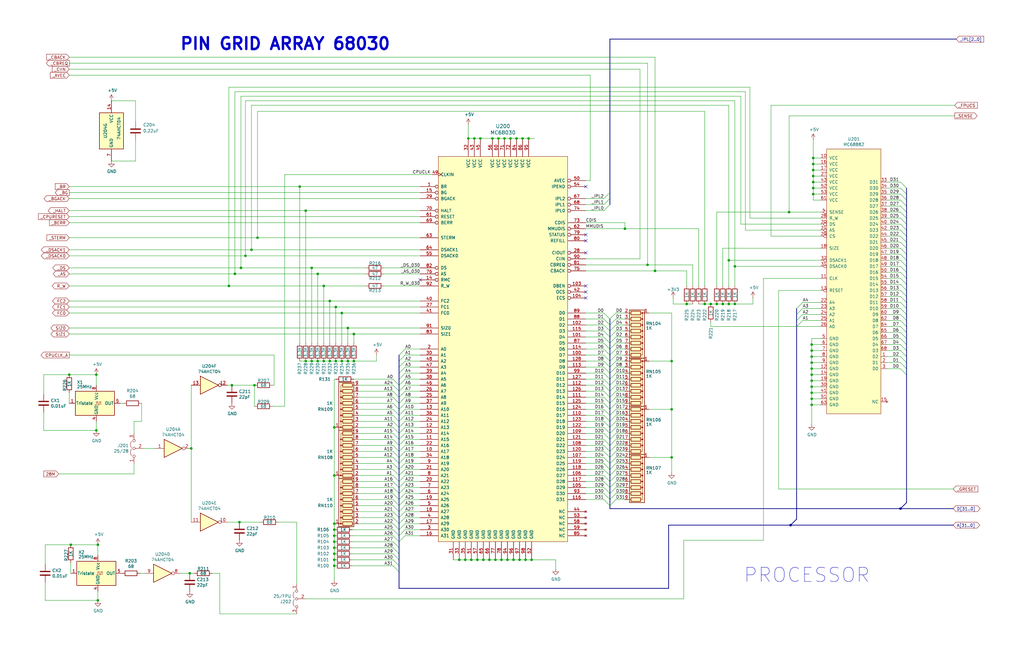
<source format=kicad_sch>
(kicad_sch (version 20211123) (generator eeschema)
  (paper "B")
  (title_block (title "Amiga N2630") (date "2022-05-31") (rev "2.0 QFP"))
  (junction (at 342.9 71.755))
  (junction (at 224.155 236.22))
  (junction (at 342.265 150.495))
  (junction (at 379.73 214.63))
  (junction (at 307.34 128.27))
  (junction (at 41.275 253.365))
  (junction (at 80.645 189.23))
  (junction (at 140.97 228.6))
  (junction (at 342.9 79.375))
  (junction (at 146.685 152.4))
  (junction (at 139.065 127))
  (junction (at 29.21 158.115))
  (junction (at 140.97 223.52))
  (junction (at 140.97 180.34))
  (junction (at 342.265 165.735))
  (junction (at 342.265 155.575))
  (junction (at 208.915 236.22))
  (junction (at 80.01 241.935))
  (junction (at 139.065 152.4))
  (junction (at 213.995 236.22))
  (junction (at 140.97 226.06))
  (junction (at 133.985 115.57))
  (junction (at 276.225 114.3))
  (junction (at 198.755 236.22))
  (junction (at 342.9 76.835))
  (junction (at 283.21 193.04))
  (junction (at 211.455 236.22))
  (junction (at 307.34 109.855))
  (junction (at 141.605 152.4))
  (junction (at 141.605 129.54))
  (junction (at 299.72 128.27))
  (junction (at 136.525 152.4))
  (junction (at 309.88 128.27))
  (junction (at 140.97 238.76))
  (junction (at 219.075 236.22))
  (junction (at 333.375 221.615))
  (junction (at 202.565 58.42))
  (junction (at 144.145 152.4))
  (junction (at 101.6 113.03))
  (junction (at 309.88 112.395))
  (junction (at 203.835 236.22))
  (junction (at 131.445 152.4))
  (junction (at 342.9 69.215))
  (junction (at 222.885 58.42))
  (junction (at 131.445 113.03))
  (junction (at 100.965 220.345))
  (junction (at 99.06 115.57))
  (junction (at 332.74 89.535))
  (junction (at 342.265 168.275))
  (junction (at 342.9 74.295))
  (junction (at 217.805 58.42))
  (junction (at 283.21 152.4))
  (junction (at 140.97 233.68))
  (junction (at 29.845 229.87))
  (junction (at 106.045 105.41))
  (junction (at 108.585 100.33))
  (junction (at 342.265 153.035))
  (junction (at 140.97 200.66))
  (junction (at 144.145 132.08))
  (junction (at 149.225 152.4))
  (junction (at 126.365 78.74))
  (junction (at 96.52 120.65))
  (junction (at 97.79 162.56))
  (junction (at 342.9 66.675))
  (junction (at 342.265 160.655))
  (junction (at 140.97 220.98))
  (junction (at 283.21 172.72))
  (junction (at 212.725 58.42))
  (junction (at 263.525 96.52))
  (junction (at 201.295 236.22))
  (junction (at 302.26 128.27))
  (junction (at 149.225 140.97))
  (junction (at 342.265 147.955))
  (junction (at 289.56 128.27))
  (junction (at 140.97 231.14))
  (junction (at 107.315 162.56))
  (junction (at 41.275 229.87))
  (junction (at 215.265 58.42))
  (junction (at 40.64 181.61))
  (junction (at 40.64 158.115))
  (junction (at 146.685 138.43))
  (junction (at 103.505 107.95))
  (junction (at 206.375 236.22))
  (junction (at 304.8 128.27))
  (junction (at 128.905 88.9))
  (junction (at 197.485 58.42))
  (junction (at 221.615 236.22))
  (junction (at 196.215 236.22))
  (junction (at 220.345 58.42))
  (junction (at 216.535 236.22))
  (junction (at 342.265 170.815))
  (junction (at 193.675 236.22))
  (junction (at 140.97 236.22))
  (junction (at 342.9 81.915))
  (junction (at 207.645 58.42))
  (junction (at 342.265 145.415))
  (junction (at 342.265 158.115))
  (junction (at 210.185 58.42))
  (junction (at 200.025 58.42))
  (junction (at 297.18 128.27))
  (junction (at 128.905 152.4))
  (junction (at 342.265 163.195))
  (junction (at 136.525 120.65))
  (junction (at 133.985 152.4))
  (junction (at 273.05 111.76))
  (no_connect (at 247.015 120.65))
  (no_connect (at 247.015 123.19))
  (no_connect (at 247.015 101.6))
  (no_connect (at 247.015 125.73))
  (no_connect (at 247.015 106.68))
  (no_connect (at 247.015 78.74))
  (no_connect (at 247.015 99.06))
  (no_connect (at 177.165 118.11))
  (bus_entry (at 259.715 172.72) (size -2.54 2.54))
  (bus_entry (at 170.815 170.18) (size -2.54 2.54))
  (bus_entry (at 379.73 155.575) (size 2.54 2.54))
  (bus_entry (at 338.455 135.255) (size -2.54 2.54))
  (bus_entry (at 254.635 149.86) (size 2.54 2.54))
  (bus_entry (at 165.735 160.02) (size 2.54 2.54))
  (bus_entry (at 165.735 208.28) (size 2.54 2.54))
  (bus_entry (at 170.815 147.32) (size -2.54 2.54))
  (bus_entry (at 165.735 218.44) (size 2.54 2.54))
  (bus_entry (at 338.455 132.715) (size -2.54 2.54))
  (bus_entry (at 170.815 162.56) (size -2.54 2.54))
  (bus_entry (at 170.815 152.4) (size -2.54 2.54))
  (bus_entry (at 259.715 177.8) (size -2.54 2.54))
  (bus_entry (at 254.635 190.5) (size 2.54 2.54))
  (bus_entry (at 259.715 203.2) (size -2.54 2.54))
  (bus_entry (at 170.815 177.8) (size -2.54 2.54))
  (bus_entry (at 259.715 132.08) (size -2.54 2.54))
  (bus_entry (at 254.635 195.58) (size 2.54 2.54))
  (bus_entry (at 170.815 187.96) (size -2.54 2.54))
  (bus_entry (at 259.715 193.04) (size -2.54 2.54))
  (bus_entry (at 254.635 147.32) (size 2.54 2.54))
  (bus_entry (at 165.735 226.06) (size 2.54 2.54))
  (bus_entry (at 165.735 177.8) (size 2.54 2.54))
  (bus_entry (at 259.715 182.88) (size -2.54 2.54))
  (bus_entry (at 170.815 198.12) (size -2.54 2.54))
  (bus_entry (at 259.715 198.12) (size -2.54 2.54))
  (bus_entry (at 170.815 213.36) (size -2.54 2.54))
  (bus_entry (at 170.815 157.48) (size -2.54 2.54))
  (bus_entry (at 165.735 167.64) (size 2.54 2.54))
  (bus_entry (at 254.635 160.02) (size 2.54 2.54))
  (bus_entry (at 254.635 182.88) (size 2.54 2.54))
  (bus_entry (at 379.73 114.935) (size 2.54 2.54))
  (bus_entry (at 170.815 195.58) (size -2.54 2.54))
  (bus_entry (at 165.735 162.56) (size 2.54 2.54))
  (bus_entry (at 170.815 208.28) (size -2.54 2.54))
  (bus_entry (at 165.735 231.14) (size 2.54 2.54))
  (bus_entry (at 379.73 142.875) (size 2.54 2.54))
  (bus_entry (at 379.73 97.155) (size 2.54 2.54))
  (bus_entry (at 379.73 89.535) (size 2.54 2.54))
  (bus_entry (at 165.735 223.52) (size 2.54 2.54))
  (bus_entry (at 379.73 127.635) (size 2.54 2.54))
  (bus_entry (at 259.715 190.5) (size -2.54 2.54))
  (bus_entry (at 254.635 170.18) (size 2.54 2.54))
  (bus_entry (at 259.715 147.32) (size -2.54 2.54))
  (bus_entry (at 259.715 154.94) (size -2.54 2.54))
  (bus_entry (at 170.815 215.9) (size -2.54 2.54))
  (bus_entry (at 165.735 170.18) (size 2.54 2.54))
  (bus_entry (at 379.73 84.455) (size 2.54 2.54))
  (bus_entry (at 170.815 205.74) (size -2.54 2.54))
  (bus_entry (at 379.73 137.795) (size 2.54 2.54))
  (bus_entry (at 170.815 154.94) (size -2.54 2.54))
  (bus_entry (at 254.635 142.24) (size 2.54 2.54))
  (bus_entry (at 254.635 172.72) (size 2.54 2.54))
  (bus_entry (at 165.735 220.98) (size 2.54 2.54))
  (bus_entry (at 379.73 76.835) (size 2.54 2.54))
  (bus_entry (at 259.715 205.74) (size -2.54 2.54))
  (bus_entry (at 165.735 190.5) (size 2.54 2.54))
  (bus_entry (at 254.635 177.8) (size 2.54 2.54))
  (bus_entry (at 379.73 150.495) (size 2.54 2.54))
  (bus_entry (at 170.815 200.66) (size -2.54 2.54))
  (bus_entry (at 165.735 228.6) (size 2.54 2.54))
  (bus_entry (at 379.73 132.715) (size 2.54 2.54))
  (bus_entry (at 259.715 208.28) (size -2.54 2.54))
  (bus_entry (at 170.815 226.06) (size -2.54 2.54))
  (bus_entry (at 379.73 92.075) (size 2.54 2.54))
  (bus_entry (at 165.735 210.82) (size 2.54 2.54))
  (bus_entry (at 379.73 120.015) (size 2.54 2.54))
  (bus_entry (at 165.735 165.1) (size 2.54 2.54))
  (bus_entry (at 170.815 185.42) (size -2.54 2.54))
  (bus_entry (at 170.815 210.82) (size -2.54 2.54))
  (bus_entry (at 254.635 152.4) (size 2.54 2.54))
  (bus_entry (at 259.715 195.58) (size -2.54 2.54))
  (bus_entry (at 254.635 185.42) (size 2.54 2.54))
  (bus_entry (at 379.73 117.475) (size 2.54 2.54))
  (bus_entry (at 259.715 144.78) (size -2.54 2.54))
  (bus_entry (at 165.735 187.96) (size 2.54 2.54))
  (bus_entry (at 379.73 86.995) (size 2.54 2.54))
  (bus_entry (at 254.635 137.16) (size 2.54 2.54))
  (bus_entry (at 165.735 180.34) (size 2.54 2.54))
  (bus_entry (at 165.735 172.72) (size 2.54 2.54))
  (bus_entry (at 254.635 88.9) (size 2.54 -2.54))
  (bus_entry (at 165.735 185.42) (size 2.54 2.54))
  (bus_entry (at 170.815 218.44) (size -2.54 2.54))
  (bus_entry (at 254.635 157.48) (size 2.54 2.54))
  (bus_entry (at 170.815 149.86) (size -2.54 2.54))
  (bus_entry (at 259.715 185.42) (size -2.54 2.54))
  (bus_entry (at 254.635 165.1) (size 2.54 2.54))
  (bus_entry (at 254.635 187.96) (size 2.54 2.54))
  (bus_entry (at 379.73 81.915) (size 2.54 2.54))
  (bus_entry (at 259.715 152.4) (size -2.54 2.54))
  (bus_entry (at 379.73 107.315) (size 2.54 2.54))
  (bus_entry (at 259.715 200.66) (size -2.54 2.54))
  (bus_entry (at 379.73 104.775) (size 2.54 2.54))
  (bus_entry (at 379.73 99.695) (size 2.54 2.54))
  (bus_entry (at 254.635 167.64) (size 2.54 2.54))
  (bus_entry (at 254.635 175.26) (size 2.54 2.54))
  (bus_entry (at 170.815 172.72) (size -2.54 2.54))
  (bus_entry (at 259.715 139.7) (size -2.54 2.54))
  (bus_entry (at 170.815 175.26) (size -2.54 2.54))
  (bus_entry (at 170.815 165.1) (size -2.54 2.54))
  (bus_entry (at 379.73 102.235) (size 2.54 2.54))
  (bus_entry (at 254.635 83.82) (size 2.54 -2.54))
  (bus_entry (at 259.715 167.64) (size -2.54 2.54))
  (bus_entry (at 254.635 162.56) (size 2.54 2.54))
  (bus_entry (at 379.73 135.255) (size 2.54 2.54))
  (bus_entry (at 170.815 160.02) (size -2.54 2.54))
  (bus_entry (at 254.635 193.04) (size 2.54 2.54))
  (bus_entry (at 165.735 238.76) (size 2.54 2.54))
  (bus_entry (at 165.735 200.66) (size 2.54 2.54))
  (bus_entry (at 379.73 130.175) (size 2.54 2.54))
  (bus_entry (at 165.735 205.74) (size 2.54 2.54))
  (bus_entry (at 170.815 180.34) (size -2.54 2.54))
  (bus_entry (at 259.715 137.16) (size -2.54 2.54))
  (bus_entry (at 170.815 203.2) (size -2.54 2.54))
  (bus_entry (at 254.635 205.74) (size 2.54 2.54))
  (bus_entry (at 379.73 153.035) (size 2.54 2.54))
  (bus_entry (at 254.635 86.36) (size 2.54 -2.54))
  (bus_entry (at 259.715 210.82) (size -2.54 2.54))
  (bus_entry (at 379.73 122.555) (size 2.54 2.54))
  (bus_entry (at 259.715 157.48) (size -2.54 2.54))
  (bus_entry (at 254.635 132.08) (size 2.54 2.54))
  (bus_entry (at 259.715 187.96) (size -2.54 2.54))
  (bus_entry (at 379.73 94.615) (size 2.54 2.54))
  (bus_entry (at 254.635 200.66) (size 2.54 2.54))
  (bus_entry (at 165.735 233.68) (size 2.54 2.54))
  (bus_entry (at 259.715 180.34) (size -2.54 2.54))
  (bus_entry (at 379.73 125.095) (size 2.54 2.54))
  (bus_entry (at 170.815 167.64) (size -2.54 2.54))
  (bus_entry (at 170.815 223.52) (size -2.54 2.54))
  (bus_entry (at 254.635 210.82) (size 2.54 2.54))
  (bus_entry (at 165.735 213.36) (size 2.54 2.54))
  (bus_entry (at 259.715 134.62) (size -2.54 2.54))
  (bus_entry (at 379.73 112.395) (size 2.54 2.54))
  (bus_entry (at 170.815 193.04) (size -2.54 2.54))
  (bus_entry (at 259.715 160.02) (size -2.54 2.54))
  (bus_entry (at 254.635 154.94) (size 2.54 2.54))
  (bus_entry (at 259.715 149.86) (size -2.54 2.54))
  (bus_entry (at 379.73 140.335) (size 2.54 2.54))
  (bus_entry (at 254.635 144.78) (size 2.54 2.54))
  (bus_entry (at 254.635 180.34) (size 2.54 2.54))
  (bus_entry (at 170.815 182.88) (size -2.54 2.54))
  (bus_entry (at 165.735 198.12) (size 2.54 2.54))
  (bus_entry (at 259.715 175.26) (size -2.54 2.54))
  (bus_entry (at 165.735 195.58) (size 2.54 2.54))
  (bus_entry (at 379.73 147.955) (size 2.54 2.54))
  (bus_entry (at 259.715 142.24) (size -2.54 2.54))
  (bus_entry (at 379.73 109.855) (size 2.54 2.54))
  (bus_entry (at 379.73 145.415) (size 2.54 2.54))
  (bus_entry (at 165.735 182.88) (size 2.54 2.54))
  (bus_entry (at 165.735 236.22) (size 2.54 2.54))
  (bus_entry (at 165.735 175.26) (size 2.54 2.54))
  (bus_entry (at 259.715 170.18) (size -2.54 2.54))
  (bus_entry (at 254.635 208.28) (size 2.54 2.54))
  (bus_entry (at 338.455 130.175) (size -2.54 2.54))
  (bus_entry (at 170.815 220.98) (size -2.54 2.54))
  (bus_entry (at 259.715 165.1) (size -2.54 2.54))
  (bus_entry (at 170.815 190.5) (size -2.54 2.54))
  (bus_entry (at 338.455 127.635) (size -2.54 2.54))
  (bus_entry (at 165.735 193.04) (size 2.54 2.54))
  (bus_entry (at 254.635 134.62) (size 2.54 2.54))
  (bus_entry (at 259.715 162.56) (size -2.54 2.54))
  (bus_entry (at 379.73 79.375) (size 2.54 2.54))
  (bus_entry (at 165.735 215.9) (size 2.54 2.54))
  (bus_entry (at 254.635 139.7) (size 2.54 2.54))
  (bus_entry (at 165.735 203.2) (size 2.54 2.54))
  (bus_entry (at 254.635 198.12) (size 2.54 2.54))
  (bus_entry (at 254.635 203.2) (size 2.54 2.54))
  (wire (pts (xy 247.015 180.34) (xy 254.635 180.34)))
  (bus (pts (xy 257.175 190.5) (xy 257.175 193.04)))
  (wire (pts (xy 374.015 102.235) (xy 379.73 102.235)))
  (wire (pts (xy 309.88 42.545) (xy 103.505 42.545)))
  (wire (pts (xy 342.265 150.495) (xy 342.265 153.035)))
  (wire (pts (xy 247.015 88.9) (xy 254.635 88.9)))
  (wire (pts (xy 125.095 246.38) (xy 125.095 220.345)))
  (bus (pts (xy 382.27 153.035) (xy 382.27 155.575)))
  (wire (pts (xy 151.13 205.74) (xy 165.735 205.74)))
  (wire (pts (xy 151.13 165.1) (xy 165.735 165.1)))
  (wire (pts (xy 140.97 231.14) (xy 140.97 233.68)))
  (wire (pts (xy 200.025 58.42) (xy 197.485 58.42)))
  (wire (pts (xy 92.71 241.935) (xy 89.535 241.935)))
  (bus (pts (xy 382.27 92.075) (xy 382.27 94.615)))
  (bus (pts (xy 168.275 210.82) (xy 168.275 213.36)))
  (wire (pts (xy 342.265 170.815) (xy 342.265 179.07)))
  (wire (pts (xy 177.165 165.1) (xy 170.815 165.1)))
  (wire (pts (xy 269.875 109.22) (xy 269.875 29.21)))
  (wire (pts (xy 177.165 162.56) (xy 170.815 162.56)))
  (wire (pts (xy 374.015 76.835) (xy 379.73 76.835)))
  (bus (pts (xy 257.175 175.26) (xy 257.175 177.8)))
  (wire (pts (xy 216.535 236.22) (xy 219.075 236.22)))
  (wire (pts (xy 247.015 93.98) (xy 263.525 93.98)))
  (wire (pts (xy 259.715 162.56) (xy 263.525 162.56)))
  (bus (pts (xy 257.175 139.7) (xy 257.175 142.24)))
  (bus (pts (xy 382.27 120.015) (xy 382.27 122.555)))
  (bus (pts (xy 335.915 135.255) (xy 335.915 137.795)))
  (wire (pts (xy 304.8 104.775) (xy 346.075 104.775)))
  (wire (pts (xy 273.685 172.72) (xy 283.21 172.72)))
  (wire (pts (xy 335.915 137.795) (xy 346.075 137.795)))
  (wire (pts (xy 193.675 236.22) (xy 196.215 236.22)))
  (wire (pts (xy 149.225 152.4) (xy 158.75 152.4)))
  (wire (pts (xy 151.13 198.12) (xy 165.735 198.12)))
  (wire (pts (xy 211.455 236.22) (xy 213.995 236.22)))
  (wire (pts (xy 151.13 190.5) (xy 165.735 190.5)))
  (wire (pts (xy 346.075 165.735) (xy 342.265 165.735)))
  (bus (pts (xy 382.27 86.995) (xy 382.27 89.535)))
  (wire (pts (xy 177.165 175.26) (xy 170.815 175.26)))
  (wire (pts (xy 346.075 99.695) (xy 325.12 99.695)))
  (wire (pts (xy 297.18 120.65) (xy 297.18 46.99)))
  (bus (pts (xy 257.175 152.4) (xy 257.175 154.94)))
  (bus (pts (xy 168.275 187.96) (xy 168.275 190.5)))
  (wire (pts (xy 177.165 120.65) (xy 161.925 120.65)))
  (wire (pts (xy 125.095 220.345) (xy 117.475 220.345)))
  (wire (pts (xy 177.165 190.5) (xy 170.815 190.5)))
  (bus (pts (xy 168.275 233.68) (xy 168.275 236.22)))
  (bus (pts (xy 257.175 16.51) (xy 257.175 81.28)))
  (wire (pts (xy 177.165 215.9) (xy 170.815 215.9)))
  (bus (pts (xy 168.275 220.98) (xy 168.275 223.52)))
  (bus (pts (xy 257.175 172.72) (xy 257.175 175.26)))
  (wire (pts (xy 140.97 236.22) (xy 140.97 238.76)))
  (bus (pts (xy 168.275 154.94) (xy 168.275 157.48)))
  (wire (pts (xy 177.165 223.52) (xy 170.815 223.52)))
  (wire (pts (xy 125.095 259.08) (xy 92.71 259.08)))
  (wire (pts (xy 374.015 112.395) (xy 379.73 112.395)))
  (wire (pts (xy 346.075 150.495) (xy 342.265 150.495)))
  (bus (pts (xy 168.275 149.86) (xy 168.275 152.4)))
  (bus (pts (xy 168.275 195.58) (xy 168.275 198.12)))
  (wire (pts (xy 196.215 236.22) (xy 198.755 236.22)))
  (wire (pts (xy 177.165 93.98) (xy 29.21 93.98)))
  (wire (pts (xy 247.015 142.24) (xy 254.635 142.24)))
  (wire (pts (xy 283.21 152.4) (xy 283.21 132.08)))
  (bus (pts (xy 382.27 140.335) (xy 382.27 142.875)))
  (wire (pts (xy 346.075 71.755) (xy 342.9 71.755)))
  (bus (pts (xy 257.175 147.32) (xy 257.175 149.86)))
  (wire (pts (xy 99.06 38.735) (xy 99.06 115.57)))
  (wire (pts (xy 177.165 198.12) (xy 170.815 198.12)))
  (wire (pts (xy 80.645 189.23) (xy 80.645 220.345)))
  (wire (pts (xy 259.715 152.4) (xy 263.525 152.4)))
  (wire (pts (xy 374.015 147.955) (xy 379.73 147.955)))
  (wire (pts (xy 307.34 109.855) (xy 307.34 44.45)))
  (wire (pts (xy 177.165 170.18) (xy 170.815 170.18)))
  (wire (pts (xy 307.34 120.65) (xy 307.34 109.855)))
  (wire (pts (xy 220.345 58.42) (xy 217.805 58.42)))
  (bus (pts (xy 382.27 132.715) (xy 382.27 135.255)))
  (wire (pts (xy 198.755 236.22) (xy 201.295 236.22)))
  (wire (pts (xy 263.525 175.26) (xy 259.715 175.26)))
  (wire (pts (xy 80.645 162.56) (xy 80.645 189.23)))
  (wire (pts (xy 18.415 173.99) (xy 18.415 181.61)))
  (bus (pts (xy 168.275 167.64) (xy 168.275 170.18)))
  (wire (pts (xy 316.23 36.83) (xy 96.52 36.83)))
  (bus (pts (xy 382.27 155.575) (xy 382.27 158.115)))
  (wire (pts (xy 263.525 142.24) (xy 259.715 142.24)))
  (wire (pts (xy 346.075 79.375) (xy 342.9 79.375)))
  (wire (pts (xy 263.525 193.04) (xy 259.715 193.04)))
  (wire (pts (xy 126.365 78.74) (xy 126.365 144.78)))
  (wire (pts (xy 247.015 152.4) (xy 254.635 152.4)))
  (bus (pts (xy 257.175 177.8) (xy 257.175 180.34)))
  (wire (pts (xy 177.165 78.74) (xy 126.365 78.74)))
  (wire (pts (xy 247.015 203.2) (xy 254.635 203.2)))
  (wire (pts (xy 316.23 92.075) (xy 316.23 36.83)))
  (wire (pts (xy 346.075 122.555) (xy 328.295 122.555)))
  (wire (pts (xy 247.015 200.66) (xy 254.635 200.66)))
  (wire (pts (xy 304.8 104.775) (xy 304.8 120.65)))
  (wire (pts (xy 213.995 236.22) (xy 216.535 236.22)))
  (wire (pts (xy 346.075 117.475) (xy 321.945 117.475)))
  (wire (pts (xy 128.905 88.9) (xy 29.21 88.9)))
  (wire (pts (xy 95.885 220.345) (xy 100.965 220.345)))
  (wire (pts (xy 374.015 153.035) (xy 379.73 153.035)))
  (wire (pts (xy 29.21 140.97) (xy 149.225 140.97)))
  (wire (pts (xy 374.015 150.495) (xy 379.73 150.495)))
  (wire (pts (xy 146.685 152.4) (xy 149.225 152.4)))
  (bus (pts (xy 168.275 215.9) (xy 168.275 218.44)))
  (wire (pts (xy 148.59 236.22) (xy 165.735 236.22)))
  (wire (pts (xy 342.265 160.655) (xy 342.265 163.195)))
  (wire (pts (xy 158.75 152.4) (xy 158.75 149.86)))
  (wire (pts (xy 101.6 113.03) (xy 29.21 113.03)))
  (wire (pts (xy 29.845 229.87) (xy 41.275 229.87)))
  (wire (pts (xy 177.165 177.8) (xy 170.815 177.8)))
  (wire (pts (xy 374.015 92.075) (xy 379.73 92.075)))
  (wire (pts (xy 40.64 162.56) (xy 40.64 158.115)))
  (wire (pts (xy 374.015 84.455) (xy 379.73 84.455)))
  (wire (pts (xy 374.015 135.255) (xy 379.73 135.255)))
  (wire (pts (xy 247.015 83.82) (xy 254.635 83.82)))
  (wire (pts (xy 56.515 182.88) (xy 56.515 177.8)))
  (bus (pts (xy 382.27 84.455) (xy 382.27 86.995)))
  (bus (pts (xy 335.915 219.075) (xy 333.375 221.615)))
  (wire (pts (xy 374.015 79.375) (xy 379.73 79.375)))
  (wire (pts (xy 151.13 213.36) (xy 165.735 213.36)))
  (bus (pts (xy 168.275 198.12) (xy 168.275 200.66)))
  (wire (pts (xy 177.165 226.06) (xy 170.815 226.06)))
  (wire (pts (xy 307.34 128.27) (xy 309.88 128.27)))
  (wire (pts (xy 29.21 170.18) (xy 29.21 165.735)))
  (wire (pts (xy 247.015 170.18) (xy 254.635 170.18)))
  (wire (pts (xy 120.015 73.66) (xy 120.015 171.45)))
  (wire (pts (xy 374.015 155.575) (xy 379.73 155.575)))
  (wire (pts (xy 374.015 142.875) (xy 379.73 142.875)))
  (wire (pts (xy 139.065 144.78) (xy 139.065 127)))
  (wire (pts (xy 114.935 162.56) (xy 115.57 162.56)))
  (bus (pts (xy 257.175 81.28) (xy 257.175 83.82)))
  (bus (pts (xy 257.175 160.02) (xy 257.175 162.56)))
  (bus (pts (xy 382.27 102.235) (xy 382.27 104.775)))
  (wire (pts (xy 57.15 42.545) (xy 57.15 51.435)))
  (wire (pts (xy 297.18 128.27) (xy 299.72 128.27)))
  (wire (pts (xy 321.945 227.965) (xy 288.29 227.965)))
  (wire (pts (xy 342.9 71.755) (xy 342.9 69.215)))
  (wire (pts (xy 29.21 24.13) (xy 276.225 24.13)))
  (wire (pts (xy 374.015 89.535) (xy 379.73 89.535)))
  (wire (pts (xy 29.21 158.115) (xy 40.64 158.115)))
  (wire (pts (xy 346.075 66.675) (xy 342.9 66.675)))
  (wire (pts (xy 210.185 58.42) (xy 207.645 58.42)))
  (wire (pts (xy 247.015 172.72) (xy 254.635 172.72)))
  (wire (pts (xy 219.075 236.22) (xy 221.615 236.22)))
  (wire (pts (xy 19.05 229.87) (xy 29.845 229.87)))
  (bus (pts (xy 382.27 81.915) (xy 382.27 84.455)))
  (wire (pts (xy 325.12 99.695) (xy 325.12 44.45)))
  (wire (pts (xy 317.5 128.27) (xy 317.5 125.73)))
  (bus (pts (xy 382.27 112.395) (xy 382.27 114.935)))
  (wire (pts (xy 294.64 128.27) (xy 297.18 128.27)))
  (wire (pts (xy 247.015 86.36) (xy 254.635 86.36)))
  (bus (pts (xy 382.27 97.155) (xy 382.27 99.695)))
  (wire (pts (xy 148.59 238.76) (xy 165.735 238.76)))
  (wire (pts (xy 247.015 208.28) (xy 254.635 208.28)))
  (bus (pts (xy 168.275 180.34) (xy 168.275 182.88)))
  (wire (pts (xy 328.295 206.375) (xy 401.955 206.375)))
  (bus (pts (xy 257.175 154.94) (xy 257.175 157.48)))
  (wire (pts (xy 374.015 94.615) (xy 379.73 94.615)))
  (wire (pts (xy 99.06 115.57) (xy 133.985 115.57)))
  (wire (pts (xy 177.165 157.48) (xy 170.815 157.48)))
  (wire (pts (xy 314.325 97.155) (xy 346.075 97.155)))
  (wire (pts (xy 191.135 236.22) (xy 193.675 236.22)))
  (wire (pts (xy 374.015 130.175) (xy 379.73 130.175)))
  (wire (pts (xy 224.155 236.22) (xy 234.315 236.22)))
  (wire (pts (xy 177.165 147.32) (xy 170.815 147.32)))
  (wire (pts (xy 115.57 162.56) (xy 115.57 149.86)))
  (wire (pts (xy 292.1 120.65) (xy 292.1 111.76)))
  (wire (pts (xy 52.07 170.18) (xy 50.8 170.18)))
  (wire (pts (xy 177.165 218.44) (xy 170.815 218.44)))
  (wire (pts (xy 342.265 163.195) (xy 342.265 165.735)))
  (wire (pts (xy 247.015 198.12) (xy 254.635 198.12)))
  (wire (pts (xy 325.12 44.45) (xy 402.59 44.45)))
  (wire (pts (xy 101.6 113.03) (xy 101.6 40.64)))
  (bus (pts (xy 382.27 135.255) (xy 382.27 137.795)))
  (wire (pts (xy 259.715 195.58) (xy 263.525 195.58)))
  (wire (pts (xy 332.74 89.535) (xy 332.74 48.895)))
  (wire (pts (xy 259.715 167.64) (xy 263.525 167.64)))
  (wire (pts (xy 151.13 187.96) (xy 165.735 187.96)))
  (wire (pts (xy 177.165 210.82) (xy 170.815 210.82)))
  (wire (pts (xy 273.685 193.04) (xy 283.21 193.04)))
  (bus (pts (xy 168.275 203.2) (xy 168.275 205.74)))
  (wire (pts (xy 312.42 40.64) (xy 312.42 94.615)))
  (bus (pts (xy 257.175 162.56) (xy 257.175 165.1)))
  (wire (pts (xy 247.015 144.78) (xy 254.635 144.78)))
  (wire (pts (xy 108.585 100.33) (xy 29.21 100.33)))
  (wire (pts (xy 374.015 99.695) (xy 379.73 99.695)))
  (wire (pts (xy 140.97 220.98) (xy 140.97 223.52)))
  (wire (pts (xy 177.165 213.36) (xy 170.815 213.36)))
  (wire (pts (xy 309.88 128.27) (xy 317.5 128.27)))
  (wire (pts (xy 259.715 149.86) (xy 263.525 149.86)))
  (bus (pts (xy 382.27 79.375) (xy 382.27 81.915)))
  (wire (pts (xy 221.615 236.22) (xy 224.155 236.22)))
  (wire (pts (xy 263.525 185.42) (xy 259.715 185.42)))
  (wire (pts (xy 177.165 185.42) (xy 170.815 185.42)))
  (wire (pts (xy 269.875 29.21) (xy 29.21 29.21)))
  (bus (pts (xy 168.275 248.285) (xy 281.94 248.285)))
  (wire (pts (xy 56.515 195.58) (xy 56.515 200.025)))
  (wire (pts (xy 374.015 122.555) (xy 379.73 122.555)))
  (wire (pts (xy 263.525 154.94) (xy 259.715 154.94)))
  (wire (pts (xy 346.075 135.255) (xy 338.455 135.255)))
  (wire (pts (xy 144.145 132.08) (xy 29.21 132.08)))
  (wire (pts (xy 346.075 84.455) (xy 342.9 84.455)))
  (wire (pts (xy 217.805 58.42) (xy 215.265 58.42)))
  (wire (pts (xy 114.935 171.45) (xy 120.015 171.45)))
  (bus (pts (xy 257.175 187.96) (xy 257.175 190.5)))
  (wire (pts (xy 263.525 180.34) (xy 259.715 180.34)))
  (wire (pts (xy 259.715 200.66) (xy 263.525 200.66)))
  (wire (pts (xy 151.13 218.44) (xy 165.735 218.44)))
  (wire (pts (xy 177.165 182.88) (xy 170.815 182.88)))
  (wire (pts (xy 177.165 172.72) (xy 170.815 172.72)))
  (wire (pts (xy 106.045 44.45) (xy 106.045 105.41)))
  (wire (pts (xy 177.165 81.28) (xy 29.21 81.28)))
  (wire (pts (xy 29.845 241.935) (xy 29.845 237.49)))
  (wire (pts (xy 126.365 152.4) (xy 128.905 152.4)))
  (wire (pts (xy 177.165 149.86) (xy 170.815 149.86)))
  (wire (pts (xy 309.88 112.395) (xy 309.88 42.545)))
  (wire (pts (xy 149.225 140.97) (xy 177.165 140.97)))
  (wire (pts (xy 19.05 245.745) (xy 19.05 253.365)))
  (wire (pts (xy 316.23 92.075) (xy 346.075 92.075)))
  (wire (pts (xy 247.015 195.58) (xy 254.635 195.58)))
  (wire (pts (xy 302.26 89.535) (xy 332.74 89.535)))
  (wire (pts (xy 140.97 238.76) (xy 140.97 244.856)))
  (bus (pts (xy 168.275 160.02) (xy 168.275 162.56)))
  (wire (pts (xy 128.905 88.9) (xy 128.905 144.78)))
  (wire (pts (xy 342.265 147.955) (xy 342.265 150.495)))
  (bus (pts (xy 257.175 205.74) (xy 257.175 208.28)))
  (wire (pts (xy 247.015 165.1) (xy 254.635 165.1)))
  (bus (pts (xy 382.27 117.475) (xy 382.27 120.015)))
  (wire (pts (xy 103.505 42.545) (xy 103.505 107.95)))
  (wire (pts (xy 263.525 203.2) (xy 259.715 203.2)))
  (wire (pts (xy 29.21 91.44) (xy 177.165 91.44)))
  (wire (pts (xy 222.885 58.42) (xy 220.345 58.42)))
  (bus (pts (xy 168.275 218.44) (xy 168.275 220.98)))
  (wire (pts (xy 140.97 160.02) (xy 141.605 160.02)))
  (wire (pts (xy 247.015 210.82) (xy 254.635 210.82)))
  (bus (pts (xy 382.27 147.955) (xy 382.27 150.495)))
  (wire (pts (xy 346.075 69.215) (xy 342.9 69.215)))
  (wire (pts (xy 140.97 200.66) (xy 140.97 180.34)))
  (bus (pts (xy 382.27 125.095) (xy 382.27 127.635)))
  (bus (pts (xy 168.275 231.14) (xy 168.275 233.68)))
  (wire (pts (xy 29.21 115.57) (xy 99.06 115.57)))
  (wire (pts (xy 247.015 187.96) (xy 254.635 187.96)))
  (bus (pts (xy 168.275 205.74) (xy 168.275 208.28)))
  (wire (pts (xy 107.315 162.56) (xy 107.315 171.45)))
  (wire (pts (xy 177.165 107.95) (xy 103.505 107.95)))
  (bus (pts (xy 257.175 142.24) (xy 257.175 144.78)))
  (wire (pts (xy 263.525 96.52) (xy 263.525 93.98)))
  (wire (pts (xy 151.13 220.98) (xy 165.735 220.98)))
  (wire (pts (xy 151.13 172.72) (xy 165.735 172.72)))
  (wire (pts (xy 247.015 154.94) (xy 254.635 154.94)))
  (wire (pts (xy 263.525 165.1) (xy 259.715 165.1)))
  (wire (pts (xy 321.945 117.475) (xy 321.945 227.965)))
  (wire (pts (xy 342.9 81.915) (xy 342.9 79.375)))
  (wire (pts (xy 342.9 74.295) (xy 342.9 71.755)))
  (wire (pts (xy 139.065 127) (xy 177.165 127)))
  (wire (pts (xy 201.295 236.22) (xy 203.835 236.22)))
  (wire (pts (xy 126.365 78.74) (xy 29.21 78.74)))
  (wire (pts (xy 128.905 152.4) (xy 131.445 152.4)))
  (wire (pts (xy 151.13 215.9) (xy 165.735 215.9)))
  (wire (pts (xy 146.685 138.43) (xy 29.21 138.43)))
  (wire (pts (xy 374.015 81.915) (xy 379.73 81.915)))
  (wire (pts (xy 151.13 185.42) (xy 165.735 185.42)))
  (wire (pts (xy 346.075 130.175) (xy 338.455 130.175)))
  (wire (pts (xy 177.165 154.94) (xy 170.815 154.94)))
  (bus (pts (xy 168.275 228.6) (xy 168.275 231.14)))
  (wire (pts (xy 144.145 144.78) (xy 144.145 132.08)))
  (wire (pts (xy 131.445 152.4) (xy 133.985 152.4)))
  (bus (pts (xy 257.175 149.86) (xy 257.175 152.4)))
  (wire (pts (xy 374.015 109.855) (xy 379.73 109.855)))
  (wire (pts (xy 263.525 170.18) (xy 259.715 170.18)))
  (wire (pts (xy 151.13 162.56) (xy 165.735 162.56)))
  (wire (pts (xy 18.415 166.37) (xy 18.415 158.115)))
  (wire (pts (xy 374.015 120.015) (xy 379.73 120.015)))
  (wire (pts (xy 148.59 228.6) (xy 165.735 228.6)))
  (wire (pts (xy 247.015 157.48) (xy 254.635 157.48)))
  (wire (pts (xy 177.165 88.9) (xy 128.905 88.9)))
  (bus (pts (xy 168.275 208.28) (xy 168.275 210.82)))
  (wire (pts (xy 140.97 180.34) (xy 140.97 160.02)))
  (bus (pts (xy 382.27 114.935) (xy 382.27 117.475)))
  (bus (pts (xy 257.175 83.82) (xy 257.175 86.36)))
  (wire (pts (xy 144.145 132.08) (xy 177.165 132.08)))
  (bus (pts (xy 257.175 185.42) (xy 257.175 187.96)))
  (bus (pts (xy 168.275 175.26) (xy 168.275 177.8)))
  (bus (pts (xy 281.94 221.615) (xy 333.375 221.615)))
  (bus (pts (xy 168.275 182.88) (xy 168.275 185.42)))
  (wire (pts (xy 141.605 129.54) (xy 29.21 129.54)))
  (wire (pts (xy 177.165 203.2) (xy 170.815 203.2)))
  (wire (pts (xy 57.15 42.545) (xy 46.99 42.545)))
  (wire (pts (xy 247.015 185.42) (xy 254.635 185.42)))
  (wire (pts (xy 139.065 152.4) (xy 141.605 152.4)))
  (bus (pts (xy 257.175 165.1) (xy 257.175 167.64)))
  (wire (pts (xy 133.985 115.57) (xy 154.305 115.57)))
  (bus (pts (xy 257.175 180.34) (xy 257.175 182.88)))
  (bus (pts (xy 382.27 109.855) (xy 382.27 112.395)))
  (bus (pts (xy 168.275 172.72) (xy 168.275 175.26)))
  (wire (pts (xy 259.715 144.78) (xy 263.525 144.78)))
  (wire (pts (xy 247.015 137.16) (xy 254.635 137.16)))
  (bus (pts (xy 382.27 107.315) (xy 382.27 109.855)))
  (wire (pts (xy 133.985 144.78) (xy 133.985 115.57)))
  (wire (pts (xy 151.13 210.82) (xy 165.735 210.82)))
  (wire (pts (xy 374.015 107.315) (xy 379.73 107.315)))
  (wire (pts (xy 107.315 162.56) (xy 97.79 162.56)))
  (bus (pts (xy 257.175 203.2) (xy 257.175 205.74)))
  (wire (pts (xy 299.72 128.27) (xy 302.26 128.27)))
  (wire (pts (xy 151.13 193.04) (xy 165.735 193.04)))
  (wire (pts (xy 95.885 162.56) (xy 97.79 162.56)))
  (wire (pts (xy 342.9 69.215) (xy 342.9 66.675)))
  (wire (pts (xy 374.015 145.415) (xy 379.73 145.415)))
  (wire (pts (xy 136.525 152.4) (xy 139.065 152.4)))
  (wire (pts (xy 346.075 127.635) (xy 338.455 127.635)))
  (wire (pts (xy 46.99 67.945) (xy 57.15 67.945)))
  (bus (pts (xy 168.275 236.22) (xy 168.275 238.76)))
  (wire (pts (xy 263.525 198.12) (xy 259.715 198.12)))
  (wire (pts (xy 294.64 96.52) (xy 294.64 120.65)))
  (wire (pts (xy 18.415 158.115) (xy 29.21 158.115)))
  (wire (pts (xy 263.525 147.32) (xy 259.715 147.32)))
  (bus (pts (xy 257.175 214.63) (xy 379.73 214.63)))
  (wire (pts (xy 247.015 134.62) (xy 254.635 134.62)))
  (wire (pts (xy 177.165 187.96) (xy 170.815 187.96)))
  (wire (pts (xy 283.21 132.08) (xy 273.685 132.08)))
  (wire (pts (xy 136.525 144.78) (xy 136.525 120.65)))
  (wire (pts (xy 247.015 205.74) (xy 254.635 205.74)))
  (wire (pts (xy 56.515 177.8) (xy 59.69 177.8)))
  (wire (pts (xy 41.275 234.315) (xy 41.275 229.87)))
  (wire (pts (xy 19.05 238.125) (xy 19.05 229.87)))
  (wire (pts (xy 177.165 195.58) (xy 170.815 195.58)))
  (wire (pts (xy 374.015 127.635) (xy 379.73 127.635)))
  (wire (pts (xy 151.13 180.34) (xy 165.735 180.34)))
  (wire (pts (xy 263.525 160.02) (xy 259.715 160.02)))
  (wire (pts (xy 374.015 132.715) (xy 379.73 132.715)))
  (wire (pts (xy 247.015 76.2) (xy 248.92 76.2)))
  (wire (pts (xy 177.165 200.66) (xy 170.815 200.66)))
  (wire (pts (xy 342.9 66.675) (xy 342.9 59.055)))
  (wire (pts (xy 177.165 208.28) (xy 170.815 208.28)))
  (wire (pts (xy 149.225 144.78) (xy 149.225 140.97)))
  (wire (pts (xy 247.015 132.08) (xy 254.635 132.08)))
  (wire (pts (xy 374.015 114.935) (xy 379.73 114.935)))
  (wire (pts (xy 65.405 189.23) (xy 60.325 189.23)))
  (bus (pts (xy 382.27 127.635) (xy 382.27 130.175)))
  (bus (pts (xy 168.275 162.56) (xy 168.275 165.1)))
  (bus (pts (xy 257.175 134.62) (xy 257.175 137.16)))
  (wire (pts (xy 177.165 152.4) (xy 170.815 152.4)))
  (wire (pts (xy 108.585 46.99) (xy 297.18 46.99)))
  (wire (pts (xy 140.97 226.06) (xy 140.97 228.6)))
  (bus (pts (xy 281.94 248.285) (xy 281.94 221.615)))
  (wire (pts (xy 346.075 145.415) (xy 342.265 145.415)))
  (wire (pts (xy 276.225 114.3) (xy 276.225 24.13)))
  (bus (pts (xy 168.275 152.4) (xy 168.275 154.94)))
  (wire (pts (xy 182.245 73.66) (xy 120.015 73.66)))
  (wire (pts (xy 81.915 241.935) (xy 80.01 241.935)))
  (wire (pts (xy 202.565 58.42) (xy 207.645 58.42)))
  (bus (pts (xy 382.27 94.615) (xy 382.27 97.155)))
  (wire (pts (xy 273.685 152.4) (xy 283.21 152.4)))
  (wire (pts (xy 259.715 205.74) (xy 263.525 205.74)))
  (wire (pts (xy 346.075 89.535) (xy 332.74 89.535)))
  (bus (pts (xy 382.27 150.495) (xy 382.27 153.035)))
  (bus (pts (xy 382.27 130.175) (xy 382.27 132.715)))
  (wire (pts (xy 140.97 228.6) (xy 140.97 231.14)))
  (wire (pts (xy 288.29 252.73) (xy 128.905 252.73)))
  (wire (pts (xy 299.72 137.795) (xy 299.72 135.89)))
  (wire (pts (xy 302.26 120.65) (xy 302.26 89.535)))
  (wire (pts (xy 273.05 111.76) (xy 292.1 111.76)))
  (wire (pts (xy 346.075 147.955) (xy 342.265 147.955)))
  (wire (pts (xy 289.56 128.27) (xy 292.1 128.27)))
  (wire (pts (xy 151.13 177.8) (xy 165.735 177.8)))
  (bus (pts (xy 257.175 167.64) (xy 257.175 170.18)))
  (bus (pts (xy 168.275 190.5) (xy 168.275 193.04)))
  (wire (pts (xy 177.165 83.82) (xy 29.21 83.82)))
  (wire (pts (xy 259.715 187.96) (xy 263.525 187.96)))
  (wire (pts (xy 177.165 220.98) (xy 170.815 220.98)))
  (wire (pts (xy 342.265 153.035) (xy 342.265 155.575)))
  (wire (pts (xy 259.715 157.48) (xy 263.525 157.48)))
  (wire (pts (xy 346.075 81.915) (xy 342.9 81.915)))
  (wire (pts (xy 374.015 104.775) (xy 379.73 104.775)))
  (bus (pts (xy 168.275 193.04) (xy 168.275 195.58)))
  (bus (pts (xy 257.175 195.58) (xy 257.175 198.12)))
  (wire (pts (xy 202.565 58.42) (xy 200.025 58.42)))
  (wire (pts (xy 103.505 107.95) (xy 29.21 107.95)))
  (wire (pts (xy 247.015 167.64) (xy 254.635 167.64)))
  (bus (pts (xy 257.175 170.18) (xy 257.175 172.72)))
  (wire (pts (xy 276.225 114.3) (xy 289.56 114.3)))
  (wire (pts (xy 177.165 113.03) (xy 161.925 113.03)))
  (wire (pts (xy 203.835 236.22) (xy 206.375 236.22)))
  (wire (pts (xy 148.59 233.68) (xy 165.735 233.68)))
  (bus (pts (xy 257.175 200.66) (xy 257.175 203.2)))
  (wire (pts (xy 177.165 105.41) (xy 106.045 105.41)))
  (wire (pts (xy 57.15 67.945) (xy 57.15 59.055)))
  (wire (pts (xy 247.015 139.7) (xy 254.635 139.7)))
  (wire (pts (xy 247.015 177.8) (xy 254.635 177.8)))
  (wire (pts (xy 29.21 26.67) (xy 273.05 26.67)))
  (wire (pts (xy 139.065 127) (xy 29.21 127)))
  (wire (pts (xy 247.015 109.22) (xy 269.875 109.22)))
  (wire (pts (xy 247.015 190.5) (xy 254.635 190.5)))
  (wire (pts (xy 283.21 193.04) (xy 283.21 199.39)))
  (wire (pts (xy 307.34 44.45) (xy 106.045 44.45)))
  (wire (pts (xy 346.075 76.835) (xy 342.9 76.835)))
  (wire (pts (xy 346.075 168.275) (xy 342.265 168.275)))
  (bus (pts (xy 335.915 132.715) (xy 335.915 135.255)))
  (wire (pts (xy 289.56 128.27) (xy 283.845 128.27)))
  (wire (pts (xy 148.59 231.14) (xy 165.735 231.14)))
  (wire (pts (xy 259.715 172.72) (xy 263.525 172.72)))
  (wire (pts (xy 248.92 31.75) (xy 29.21 31.75)))
  (wire (pts (xy 247.015 182.88) (xy 254.635 182.88)))
  (bus (pts (xy 257.175 157.48) (xy 257.175 160.02)))
  (wire (pts (xy 56.515 200.025) (xy 24.765 200.025)))
  (wire (pts (xy 225.425 58.42) (xy 222.885 58.42)))
  (wire (pts (xy 259.715 134.62) (xy 263.525 134.62)))
  (wire (pts (xy 18.415 181.61) (xy 40.64 181.61)))
  (wire (pts (xy 141.605 152.4) (xy 144.145 152.4)))
  (wire (pts (xy 288.29 227.965) (xy 288.29 252.73)))
  (wire (pts (xy 59.055 241.935) (xy 60.96 241.935)))
  (wire (pts (xy 309.88 120.65) (xy 309.88 112.395)))
  (wire (pts (xy 212.725 58.42) (xy 210.185 58.42)))
  (bus (pts (xy 257.175 208.28) (xy 257.175 210.82)))
  (wire (pts (xy 140.97 223.52) (xy 140.97 226.06)))
  (wire (pts (xy 346.075 74.295) (xy 342.9 74.295)))
  (wire (pts (xy 76.2 241.935) (xy 80.01 241.935)))
  (wire (pts (xy 108.585 100.33) (xy 177.165 100.33)))
  (bus (pts (xy 382.27 145.415) (xy 382.27 147.955)))
  (wire (pts (xy 151.13 203.2) (xy 165.735 203.2)))
  (wire (pts (xy 248.92 76.2) (xy 248.92 31.75)))
  (wire (pts (xy 151.13 175.26) (xy 165.735 175.26)))
  (bus (pts (xy 257.175 137.16) (xy 257.175 139.7)))
  (wire (pts (xy 108.585 100.33) (xy 108.585 46.99)))
  (bus (pts (xy 335.915 130.175) (xy 335.915 132.715)))
  (wire (pts (xy 346.075 155.575) (xy 342.265 155.575)))
  (bus (pts (xy 257.175 210.82) (xy 257.175 213.36)))
  (wire (pts (xy 151.13 200.66) (xy 165.735 200.66)))
  (wire (pts (xy 40.64 177.8) (xy 40.64 181.61)))
  (wire (pts (xy 346.075 170.815) (xy 342.265 170.815)))
  (wire (pts (xy 151.13 208.28) (xy 165.735 208.28)))
  (bus (pts (xy 168.275 200.66) (xy 168.275 203.2)))
  (wire (pts (xy 247.015 147.32) (xy 254.635 147.32)))
  (wire (pts (xy 247.015 193.04) (xy 254.635 193.04)))
  (bus (pts (xy 382.27 142.875) (xy 382.27 145.415)))
  (bus (pts (xy 257.175 16.51) (xy 403.225 16.51)))
  (wire (pts (xy 342.9 76.835) (xy 342.9 74.295)))
  (wire (pts (xy 151.13 182.88) (xy 165.735 182.88)))
  (wire (pts (xy 177.165 167.64) (xy 170.815 167.64)))
  (bus (pts (xy 168.275 177.8) (xy 168.275 180.34)))
  (wire (pts (xy 96.52 36.83) (xy 96.52 120.65)))
  (wire (pts (xy 259.715 139.7) (xy 263.525 139.7)))
  (bus (pts (xy 168.275 223.52) (xy 168.275 226.06)))
  (wire (pts (xy 263.525 96.52) (xy 294.64 96.52)))
  (wire (pts (xy 146.685 138.43) (xy 177.165 138.43)))
  (wire (pts (xy 342.265 165.735) (xy 342.265 168.275)))
  (bus (pts (xy 168.275 238.76) (xy 168.275 241.3)))
  (wire (pts (xy 148.59 226.06) (xy 165.735 226.06)))
  (wire (pts (xy 342.265 168.275) (xy 342.265 170.815)))
  (wire (pts (xy 307.34 109.855) (xy 346.075 109.855)))
  (wire (pts (xy 263.525 137.16) (xy 259.715 137.16)))
  (wire (pts (xy 115.57 149.86) (xy 29.21 149.86)))
  (wire (pts (xy 273.05 111.76) (xy 273.05 26.67)))
  (bus (pts (xy 379.73 214.63) (xy 382.27 212.09)))
  (bus (pts (xy 333.375 221.615) (xy 401.955 221.615)))
  (wire (pts (xy 106.045 105.41) (xy 29.21 105.41)))
  (wire (pts (xy 342.9 79.375) (xy 342.9 76.835)))
  (wire (pts (xy 144.145 152.4) (xy 146.685 152.4)))
  (wire (pts (xy 312.42 94.615) (xy 346.075 94.615)))
  (wire (pts (xy 346.075 132.715) (xy 338.455 132.715)))
  (wire (pts (xy 259.715 177.8) (xy 263.525 177.8)))
  (wire (pts (xy 374.015 140.335) (xy 379.73 140.335)))
  (wire (pts (xy 151.13 170.18) (xy 165.735 170.18)))
  (bus (pts (xy 168.275 157.48) (xy 168.275 160.02)))
  (bus (pts (xy 382.27 122.555) (xy 382.27 125.095)))
  (bus (pts (xy 168.275 185.42) (xy 168.275 187.96)))
  (wire (pts (xy 259.715 210.82) (xy 263.525 210.82)))
  (wire (pts (xy 148.59 223.52) (xy 165.735 223.52)))
  (wire (pts (xy 101.6 40.64) (xy 312.42 40.64)))
  (wire (pts (xy 342.265 145.415) (xy 342.265 147.955)))
  (wire (pts (xy 247.015 114.3) (xy 276.225 114.3)))
  (wire (pts (xy 177.165 205.74) (xy 170.815 205.74)))
  (wire (pts (xy 146.685 144.78) (xy 146.685 138.43)))
  (bus (pts (xy 257.175 144.78) (xy 257.175 147.32)))
  (bus (pts (xy 257.175 213.36) (xy 257.175 214.63)))
  (wire (pts (xy 215.265 58.42) (xy 212.725 58.42)))
  (wire (pts (xy 328.295 122.555) (xy 328.295 206.375)))
  (wire (pts (xy 140.97 200.66) (xy 140.97 220.98)))
  (wire (pts (xy 234.315 236.22) (xy 234.315 240.03)))
  (wire (pts (xy 151.13 167.64) (xy 165.735 167.64)))
  (wire (pts (xy 100.965 220.345) (xy 109.855 220.345)))
  (wire (pts (xy 335.915 137.795) (xy 299.72 137.795)))
  (bus (pts (xy 257.175 193.04) (xy 257.175 195.58)))
  (bus (pts (xy 168.275 170.18) (xy 168.275 172.72)))
  (wire (pts (xy 247.015 160.02) (xy 254.635 160.02)))
  (wire (pts (xy 342.265 142.875) (xy 342.265 145.415)))
  (wire (pts (xy 346.075 153.035) (xy 342.265 153.035)))
  (bus (pts (xy 168.275 226.06) (xy 168.275 228.6)))
  (wire (pts (xy 140.97 233.68) (xy 140.97 236.22)))
  (wire (pts (xy 263.525 190.5) (xy 259.715 190.5)))
  (bus (pts (xy 257.175 182.88) (xy 257.175 185.42)))
  (wire (pts (xy 92.71 259.08) (xy 92.71 241.935)))
  (bus (pts (xy 382.27 137.795) (xy 382.27 140.335)))
  (wire (pts (xy 177.165 193.04) (xy 170.815 193.04)))
  (wire (pts (xy 149.225 160.02) (xy 165.735 160.02)))
  (wire (pts (xy 29.21 120.65) (xy 96.52 120.65)))
  (bus (pts (xy 382.27 158.115) (xy 382.27 212.09)))
  (bus (pts (xy 168.275 213.36) (xy 168.275 215.9)))
  (bus (pts (xy 168.275 165.1) (xy 168.275 167.64)))
  (wire (pts (xy 304.8 128.27) (xy 307.34 128.27)))
  (wire (pts (xy 151.13 195.58) (xy 165.735 195.58)))
  (wire (pts (xy 19.05 253.365) (xy 41.275 253.365)))
  (wire (pts (xy 177.165 180.34) (xy 170.815 180.34)))
  (bus (pts (xy 257.175 198.12) (xy 257.175 200.66)))
  (wire (pts (xy 247.015 111.76) (xy 273.05 111.76)))
  (wire (pts (xy 374.015 125.095) (xy 379.73 125.095)))
  (wire (pts (xy 247.015 175.26) (xy 254.635 175.26)))
  (wire (pts (xy 374.015 137.795) (xy 379.73 137.795)))
  (wire (pts (xy 133.985 152.4) (xy 136.525 152.4)))
  (wire (pts (xy 136.525 120.65) (xy 154.305 120.65)))
  (wire (pts (xy 59.69 177.8) (xy 59.69 170.18)))
  (wire (pts (xy 141.605 129.54) (xy 177.165 129.54)))
  (wire (pts (xy 374.015 86.995) (xy 379.73 86.995)))
  (bus (pts (xy 168.275 241.3) (xy 168.275 248.285)))
  (wire (pts (xy 346.075 158.115) (xy 342.265 158.115)))
  (wire (pts (xy 247.015 96.52) (xy 263.525 96.52)))
  (bus (pts (xy 335.915 137.795) (xy 335.915 219.075)))
  (wire (pts (xy 131.445 113.03) (xy 101.6 113.03)))
  (wire (pts (xy 314.325 38.735) (xy 99.06 38.735)))
  (bus (pts (xy 382.27 89.535) (xy 382.27 92.075)))
  (wire (pts (xy 342.9 84.455) (xy 342.9 81.915)))
  (wire (pts (xy 141.605 144.78) (xy 141.605 129.54)))
  (bus (pts (xy 379.73 214.63) (xy 401.955 214.63)))
  (wire (pts (xy 96.52 120.65) (xy 136.525 120.65)))
  (wire (pts (xy 346.075 142.875) (xy 342.265 142.875)))
  (wire (pts (xy 346.075 163.195) (xy 342.265 163.195)))
  (wire (pts (xy 314.325 97.155) (xy 314.325 38.735)))
  (wire (pts (xy 259.715 182.88) (xy 263.525 182.88)))
  (wire (pts (xy 206.375 236.22) (xy 208.915 236.22)))
  (wire (pts (xy 247.015 162.56) (xy 254.635 162.56)))
  (wire (pts (xy 346.075 160.655) (xy 342.265 160.655)))
  (wire (pts (xy 131.445 113.03) (xy 154.305 113.03)))
  (wire (pts (xy 41.275 249.555) (xy 41.275 253.365)))
  (wire (pts (xy 332.74 48.895) (xy 402.59 48.895)))
  (wire (pts (xy 283.21 172.72) (xy 283.21 152.4)))
  (wire (pts (xy 177.165 160.02) (xy 170.815 160.02)))
  (wire (pts (xy 289.56 120.65) (xy 289.56 114.3)))
  (wire (pts (xy 309.88 112.395) (xy 346.075 112.395)))
  (wire (pts (xy 283.845 125.73) (xy 283.845 128.27)))
  (wire (pts (xy 197.485 58.42) (xy 197.485 52.705)))
  (wire (pts (xy 177.165 115.57) (xy 161.925 115.57)))
  (bus (pts (xy 382.27 99.695) (xy 382.27 102.235)))
  (bus (pts (xy 382.27 104.775) (xy 382.27 107.315)))
  (wire (pts (xy 374.015 97.155) (xy 379.73 97.155)))
  (wire (pts (xy 302.26 128.27) (xy 304.8 128.27)))
  (wire (pts (xy 263.525 208.28) (xy 259.715 208.28)))
  (wire (pts (xy 342.265 155.575) (xy 342.265 158.115)))
  (wire (pts (xy 342.265 158.115) (xy 342.265 160.655)))
  (wire (pts (xy 263.525 132.08) (xy 259.715 132.08)))
  (wire (pts (xy 283.21 193.04) (xy 283.21 172.72)))
  (wire (pts (xy 247.015 149.86) (xy 254.635 149.86)))
  (wire (pts (xy 374.015 117.475) (xy 379.73 117.475)))
  (wire (pts (xy 208.915 236.22) (xy 211.455 236.22)))
  (wire (pts (xy 131.445 144.78) (xy 131.445 113.03)))
  (text "PROCESSOR" (at 367.03 246.38 180) (effects (font (size 5.9944 5.9944)) (justify right bottom)))
  (text "PIN GRID ARRAY 68030" (at 75.565 21.59 0) (effects (font (size 5 5) (thickness 1) bold) (justify left bottom)))
  (label "D8" (at 254.635 152.4 180))
  (label "D29" (at 259.715 205.74 0))
  (label "D15" (at 259.715 170.18 0))
  (label "A25" (at 165.735 223.52 180))
  (label "A18" (at 165.735 208.28 180))
  (label "D1" (at 259.715 134.62 0))
  (label "A6" (at 165.608 172.72 180))
  (label "D23" (at 254.635 190.5 180))
  (label "D18" (at 379.095 109.855 180))
  (label "D27" (at 379.095 86.995 180))
  (label "D13" (at 379.095 122.555 180))
  (label "A29" (at 170.815 220.98 0))
  (label "D16" (at 379.095 114.935 180))
  (label "D6" (at 254.635 147.32 180))
  (label "A2" (at 165.735 180.34 180))
  (label "A1" (at 165.481 200.66 180))
  (label "A0" (at 165.735 160.02 180))
  (label "D12" (at 259.715 162.56 0))
  (label "A3" (at 338.455 130.175 0))
  (label "D8" (at 259.715 154.94 0))
  (label "D10" (at 379.095 130.175 180))
  (label "D13" (at 254.635 165.1 180))
  (label "D19" (at 379.095 107.315 180))
  (label "_IPL2" (at 254.635 83.82 180))
  (label "D5" (at 259.715 144.78 0))
  (label "A9" (at 165.608 187.96 180))
  (label "D4" (at 259.715 137.16 0))
  (label "A23" (at 165.735 218.44 180))
  (label "A1" (at 338.455 135.255 0))
  (label "A30" (at 165.735 236.22 180))
  (label "D15" (at 379.095 117.475 180))
  (label "A18" (at 170.815 193.04 0))
  (label "D26" (at 259.715 198.12 0))
  (label "D17" (at 259.715 172.72 0))
  (label "A13" (at 165.608 165.1 180))
  (label "D17" (at 379.095 112.395 180))
  (label "A21" (at 170.815 200.66 0))
  (label "A20" (at 170.815 198.12 0))
  (label "D31" (at 254.635 210.82 180))
  (label "A31" (at 165.735 238.76 180))
  (label "A23" (at 170.815 205.74 0))
  (label "D12" (at 254.635 162.56 180))
  (label "A16" (at 170.815 187.96 0))
  (label "D26" (at 254.635 198.12 180))
  (label "A26" (at 165.735 226.06 180))
  (label "D30" (at 259.715 208.28 0))
  (label "D8" (at 379.095 135.255 180))
  (label "D27" (at 254.635 200.66 180))
  (label "A4" (at 165.481 195.58 180))
  (label "D31" (at 379.095 76.835 180))
  (label "D14" (at 259.715 167.64 0))
  (label "D25" (at 259.715 195.58 0))
  (label "D5" (at 254.635 144.78 180))
  (label "A5" (at 165.608 175.26 180))
  (label "A20" (at 165.735 213.36 180))
  (label "_IPL0" (at 254.635 88.9 180))
  (label "D26" (at 379.095 89.535 180))
  (label "D1" (at 254.635 134.62 180))
  (label "D14" (at 379.095 120.015 180))
  (label "A30" (at 170.815 223.52 0))
  (label "D25" (at 379.095 92.075 180))
  (label "A8" (at 165.608 167.64 180))
  (label "D28" (at 259.715 203.2 0))
  (label "A2" (at 170.815 152.4 0))
  (label "D23" (at 379.095 97.155 180))
  (label "D21" (at 254.635 185.42 180))
  (label "A27" (at 165.735 228.6 180))
  (label "A14" (at 165.608 185.42 180))
  (label "D5" (at 379.095 142.875 180))
  (label "A4" (at 338.455 127.635 0))
  (label "D22" (at 379.095 99.695 180))
  (label "A25" (at 170.815 210.82 0))
  (label "D4" (at 379.095 145.415 180))
  (label "D24" (at 254.635 193.04 180))
  (label "A26" (at 170.815 213.36 0))
  (label "A12" (at 165.608 193.04 180))
  (label "A19" (at 170.815 195.58 0))
  (label "D22" (at 259.715 187.96 0))
  (label "D9" (at 254.635 154.94 180))
  (label "A31" (at 170.815 226.06 0))
  (label "D13" (at 259.715 165.1 0))
  (label "A15" (at 170.815 185.42 0))
  (label "D10" (at 259.715 157.48 0))
  (label "D2" (at 379.095 150.495 180))
  (label "D18" (at 254.635 177.8 180))
  (label "A24" (at 165.735 162.56 180))
  (label "A8" (at 170.815 167.64 0))
  (label "D17" (at 254.635 175.26 180))
  (label "D0" (at 254.635 132.08 180))
  (label "A15" (at 165.608 182.88 180))
  (label "D29" (at 254.635 205.74 180))
  (label "CDIS" (at 247.015 93.98 0))
  (label "D3" (at 254.635 139.7 180))
  (label "D0" (at 379.095 155.575 180))
  (label "D9" (at 259.715 152.4 0))
  (label "A10" (at 165.608 190.5 180))
  (label "A11" (at 170.815 175.26 0))
  (label "A5" (at 170.815 160.02 0))
  (label "D20" (at 254.635 182.88 180))
  (label "D21" (at 259.715 185.42 0))
  (label "_IPL1" (at 254.635 86.36 180))
  (label "D19" (at 259.715 180.34 0))
  (label "D25" (at 254.635 195.58 180))
  (label "A11" (at 165.735 177.8 180))
  (label "D12" (at 379.095 125.095 180))
  (label "A14" (at 170.815 182.88 0))
  (label "A28" (at 165.735 231.14 180))
  (label "D21" (at 379.095 102.235 180))
  (label "D20" (at 379.095 104.775 180))
  (label "D14" (at 254.635 167.64 180))
  (label "D2" (at 259.715 142.24 0))
  (label "A22" (at 165.735 220.98 180))
  (label "D6" (at 379.095 140.335 180))
  (label "A10" (at 170.815 172.72 0))
  (label "_DS_030" (at 177.165 113.03 180))
  (label "A19" (at 165.735 210.82 180))
  (label "D0" (at 259.715 132.08 0))
  (label "A3" (at 170.815 154.94 0))
  (label "D19" (at 254.635 180.34 180))
  (label "MMUDIS" (at 247.015 96.52 0))
  (label "A27" (at 170.815 215.9 0))
  (label "A13" (at 170.815 180.34 0))
  (label "A7" (at 170.815 165.1 0))
  (label "R_W_030" (at 177.165 120.65 180))
  (label "A17" (at 170.815 190.5 0))
  (label "D16" (at 259.715 175.26 0))
  (label "D3" (at 379.095 147.955 180))
  (label "D24" (at 379.095 94.615 180))
  (label "A4" (at 170.815 157.48 0))
  (label "D27" (at 259.715 200.66 0))
  (label "D30" (at 379.095 79.375 180))
  (label "D3" (at 259.715 139.7 0))
  (label "D11" (at 254.635 160.02 180))
  (label "D29" (at 379.095 81.915 180))
  (label "D7" (at 379.095 137.795 180))
  (label "A21" (at 165.735 215.9 180))
  (label "D18" (at 259.715 182.88 0))
  (label "D10" (at 254.635 157.48 180))
  (label "CPUCLK" (at 181.61 73.66 180))
  (label "_AS_030" (at 177.165 115.57 180))
  (label "D30" (at 254.635 208.28 180))
  (label "D28" (at 254.635 203.2 180))
  (label "D2" (at 254.635 137.16 180))
  (label "A6" (at 170.815 162.56 0))
  (label "A28" (at 170.815 218.44 0))
  (label "A24" (at 170.815 208.28 0))
  (label "A3" (at 165.481 198.12 180))
  (label "A9" (at 170.815 170.18 0))
  (label "D23" (at 259.715 190.5 0))
  (label "A7" (at 165.608 170.18 180))
  (label "D16" (at 254.635 172.72 180))
  (label "D7" (at 254.635 149.86 180))
  (label "D7" (at 259.715 149.86 0))
  (label "D11" (at 379.095 127.635 180))
  (label "D9" (at 379.095 132.715 180))
  (label "A16" (at 165.735 203.2 180))
  (label "D22" (at 254.635 187.96 180))
  (label "D11" (at 259.715 160.02 0))
  (label "D4" (at 254.635 142.24 180))
  (label "D31" (at 259.715 210.82 0))
  (label "D6" (at 259.715 147.32 0))
  (label "A2" (at 338.455 132.715 0))
  (label "A1" (at 170.815 149.86 0))
  (label "D24" (at 259.715 193.04 0))
  (label "A0" (at 170.815 147.32 0))
  (label "A29" (at 165.735 233.68 180))
  (label "D1" (at 379.095 153.035 180))
  (label "A22" (at 170.815 203.2 0))
  (label "D20" (at 259.715 177.8 0))
  (label "A12" (at 170.815 177.8 0))
  (label "A17" (at 165.735 205.74 180))
  (label "D28" (at 379.095 84.455 180))
  (label "D15" (at 254.635 170.18 180))
  (global_label "_DSACK1" (shape bidirectional) (at 29.21 105.41 180) (property "Intersheet References" "${INTERSHEET_REFS}" (effects hide)))
  (global_label "_STERM" (shape input) (at 29.21 100.33 180) (property "Intersheet References" "${INTERSHEET_REFS}" (effects hide)))
  (global_label "_CBREQ" (shape output) (at 29.21 26.67 180) (property "Intersheet References" "${INTERSHEET_REFS}" (effects hide)))
  (global_label "_CIIN" (shape input) (at 29.21 29.21 180) (property "Intersheet References" "${INTERSHEET_REFS}" (effects hide)))
  (global_label "_CBACK" (shape input) (at 29.21 24.13 180) (property "Intersheet References" "${INTERSHEET_REFS}" (effects hide)))
  (global_label "FC0" (shape bidirectional) (at 29.21 132.08 180) (property "Intersheet References" "${INTERSHEET_REFS}" (effects hide)))
  (global_label "_BR" (shape input) (at 29.21 78.74 180) (property "Intersheet References" "${INTERSHEET_REFS}" (effects hide)))
  (global_label "SIZ0" (shape bidirectional) (at 29.21 138.43 180) (property "Intersheet References" "${INTERSHEET_REFS}" (effects hide)))
  (global_label "_GRESET" (shape input) (at 401.955 206.375 0) (property "Intersheet References" "${INTERSHEET_REFS}" (effects hide)))
  (global_label "FC2" (shape bidirectional) (at 29.21 127 180) (property "Intersheet References" "${INTERSHEET_REFS}" (effects hide)))
  (global_label "28M" (shape input) (at 24.765 200.025 180) (property "Intersheet References" "${INTERSHEET_REFS}" (effects hide)))
  (global_label "_AVEC" (shape input) (at 29.21 31.75 180) (property "Intersheet References" "${INTERSHEET_REFS}" (effects hide)))
  (global_label "_BGACK" (shape bidirectional) (at 29.21 83.82 180) (property "Intersheet References" "${INTERSHEET_REFS}" (effects hide)))
  (global_label "_SENSE" (shape output) (at 402.59 48.895 0) (property "Intersheet References" "${INTERSHEET_REFS}" (effects hide)))
  (global_label "_CPURESET" (shape input) (at 29.21 91.44 180) (property "Intersheet References" "${INTERSHEET_REFS}" (effects hide)))
  (global_label "CPUCLK_A" (shape output) (at 29.21 149.86 180) (property "Intersheet References" "${INTERSHEET_REFS}" (effects hide)))
  (global_label "_DSACK0" (shape bidirectional) (at 29.21 107.95 180) (property "Intersheet References" "${INTERSHEET_REFS}" (effects hide)))
  (global_label "_BERR" (shape input) (at 29.21 93.98 180) (property "Intersheet References" "${INTERSHEET_REFS}" (effects hide)))
  (global_label "_IPL[2..0]" (shape input) (at 403.225 16.51 0) (property "Intersheet References" "${INTERSHEET_REFS}" (effects hide)))
  (global_label "A[31..0]" (shape bidirectional) (at 401.955 221.615 0) (property "Intersheet References" "${INTERSHEET_REFS}" (effects hide)))
  (global_label "_AS" (shape bidirectional) (at 29.21 115.57 180) (property "Intersheet References" "${INTERSHEET_REFS}" (effects hide)))
  (global_label "_HALT" (shape bidirectional) (at 29.21 88.9 180) (property "Intersheet References" "${INTERSHEET_REFS}" (effects hide)))
  (global_label "D[31..0]" (shape bidirectional) (at 401.955 214.63 0) (property "Intersheet References" "${INTERSHEET_REFS}" (effects hide)))
  (global_label "_FPUCS" (shape input) (at 402.59 44.45 0) (property "Intersheet References" "${INTERSHEET_REFS}" (effects hide)))
  (global_label "SIZ1" (shape bidirectional) (at 29.21 140.97 180) (property "Intersheet References" "${INTERSHEET_REFS}" (effects hide)))
  (global_label "_DS" (shape bidirectional) (at 29.21 113.03 180) (property "Intersheet References" "${INTERSHEET_REFS}" (effects hide)))
  (global_label "_BG" (shape output) (at 29.21 81.28 180) (property "Intersheet References" "${INTERSHEET_REFS}" (effects hide)))
  (global_label "FC1" (shape bidirectional) (at 29.21 129.54 180) (property "Intersheet References" "${INTERSHEET_REFS}" (effects hide)))
  (global_label "R_W" (shape bidirectional) (at 29.21 120.65 180) (property "Intersheet References" "${INTERSHEET_REFS}" (effects hide)))
  (symbol (lib_id "N2630:MC68030PGA") (at 212.725 158.75 0) (unit 1)
    (property "Reference" "U200" (at 212.09 53.2638 0) (effects (font (size 1.524 1.524))))
    (property "Value" "MC68030" (at 212.09 55.9562 0) (effects (font (size 1.524 1.524))))
    (property "Footprint" "N2630:MC68030-PGA" (effects hide))
    (property "Datasheet" "https://www.alldatasheet.com/datasheet-pdf/pdf/122371/MOTOROLA/MC68030FE25.html" (effects hide))
  )
  (symbol (lib_id "N2630:MC68882") (at 360.045 103.505 0) (unit 1)
    (property "Reference" "U201" (at 360.045 58.674 0))
    (property "Value" "MC68882" (at 360.045 60.9854 0))
    (property "Footprint" "Package_LCC:PLCC-68_THT-Socket" (effects hide))
    (property "Datasheet" "http://bitsavers.trailing-edge.com/components/motorola/68000/MC68881_MC68882_Floating-Point_Coprocessor_Users_Manual_1ed_1987.pdf" (effects hide))
  )
  (symbol (lib_id "N2630:CXO_DIP8") (at 43.18 170.18 0) (unit 1)
    (property "Reference" "X1" (at 32.385 161.29 0) (effects (justify left)))
    (property "Value" "25MHz" (at 32.385 163.195 0) (effects (justify left)))
    (property "Footprint" "Oscillator:Oscillator_DIP-8" (effects hide))
    (property "Datasheet" "https://abracon.com/Oscillators/ACH.pdf" (effects hide))
    (property "Digikey" "535-9175-5-ND" (effects hide))
  )
  (symbol (lib_id "power:+5V") (at 40.64 158.115 0) (unit 1)
    (property "Reference" "#PWR0101" (effects hide))
    (property "Value" "+5V" (at 41.021 153.7208 0))
  )
  (symbol (lib_id "power:GND") (at 40.64 181.61 0) (unit 1)
    (property "Reference" "#PWR0102" (effects hide))
    (property "Value" "GND" (at 40.767 186.0042 0))
  )
  (symbol (lib_id "Device:R") (at 55.88 170.18 270) (unit 1)
    (property "Reference" "R204" (at 55.88 164.9222 90))
    (property "Value" "68" (at 55.88 167.2336 90))
    (property "Footprint" "Resistor_SMD:R_0805_2012Metric" (effects hide))
  )
  (symbol (lib_id "74xx:74HCT04") (at 73.025 189.23 0) (unit 1)
    (property "Reference" "U204" (at 73.025 181.1782 0))
    (property "Value" "74AHCT04" (at 73.025 183.4896 0))
    (property "Footprint" "Package_SO:SOIC-14_3.9x8.7mm_P1.27mm" (effects hide))
    (property "Datasheet" "https://assets.nexperia.com/documents/data-sheet/74HC_HCT04.pdf" (effects hide))
    (property "Digikey" "296-31832-1-ND" (effects hide))
  )
  (symbol (lib_id "74xx:74HCT04") (at 88.265 220.345 0) (unit 5)
    (property "Reference" "U204" (at 88.265 212.2932 0))
    (property "Value" "74AHCT04" (at 88.265 214.6046 0))
    (property "Footprint" "Package_SO:SOIC-14_3.9x8.7mm_P1.27mm" (effects hide))
    (property "Datasheet" "https://assets.nexperia.com/documents/data-sheet/74HC_HCT04.pdf" (effects hide))
    (property "Digikey" "296-31832-1-ND" (effects hide))
  )
  (symbol (lib_id "74xx:74HCT04") (at 88.265 162.56 0) (unit 6)
    (property "Reference" "U204" (at 88.265 154.5082 0))
    (property "Value" "74AHCT04" (at 88.265 156.8196 0))
    (property "Footprint" "Package_SO:SOIC-14_3.9x8.7mm_P1.27mm" (effects hide))
    (property "Datasheet" "https://assets.nexperia.com/documents/data-sheet/74HC_HCT04.pdf" (effects hide))
    (property "Digikey" "296-31832-1-ND" (effects hide))
  )
  (symbol (lib_id "Device:C") (at 97.79 166.37 0) (unit 1)
    (property "Reference" "C211" (at 100.711 165.2016 0) (effects (justify left)))
    (property "Value" "22pF" (at 100.711 167.513 0) (effects (justify left)))
    (property "Footprint" "Capacitor_SMD:C_0805_2012Metric" (effects hide))
  )
  (symbol (lib_id "power:GND") (at 97.79 170.18 0) (unit 1)
    (property "Reference" "#PWR0104" (effects hide))
    (property "Value" "GND" (at 97.917 174.5742 0))
  )
  (symbol (lib_id "Device:C") (at 100.965 224.155 0) (unit 1)
    (property "Reference" "C212" (at 103.886 222.9866 0) (effects (justify left)))
    (property "Value" "22pF" (at 103.886 225.298 0) (effects (justify left)))
    (property "Footprint" "Capacitor_SMD:C_0805_2012Metric" (effects hide))
  )
  (symbol (lib_id "power:GND") (at 100.965 227.965 0) (unit 1)
    (property "Reference" "#PWR0105" (effects hide))
    (property "Value" "GND" (at 101.092 232.3592 0))
  )
  (symbol (lib_id "Device:R") (at 113.665 220.345 270) (unit 1)
    (property "Reference" "R210" (at 113.665 218.44 90))
    (property "Value" "68" (at 113.665 220.345 90))
    (property "Footprint" "Resistor_SMD:R_0805_2012Metric" (effects hide))
  )
  (symbol (lib_id "Device:R") (at 111.125 162.56 270) (unit 1)
    (property "Reference" "R207" (at 111.125 160.655 90))
    (property "Value" "68" (at 111.125 162.56 90))
    (property "Footprint" "Resistor_SMD:R_0805_2012Metric" (effects hide))
  )
  (symbol (lib_id "Device:R") (at 111.125 171.45 270) (unit 1)
    (property "Reference" "R209" (at 111.125 169.545 90))
    (property "Value" "68" (at 111.125 171.45 90))
    (property "Footprint" "Resistor_SMD:R_0805_2012Metric" (effects hide))
  )
  (symbol (lib_id "power:GND") (at 234.315 240.03 0) (unit 1)
    (property "Reference" "#PWR0106" (effects hide))
    (property "Value" "GND" (at 234.442 244.4242 0))
  )
  (symbol (lib_id "power:GND") (at 342.265 179.07 0) (unit 1)
    (property "Reference" "#PWR0107" (effects hide))
    (property "Value" "GND" (at 342.392 183.4642 0))
  )
  (symbol (lib_id "power:+5V") (at 197.485 52.705 0) (unit 1)
    (property "Reference" "#PWR0108" (effects hide))
    (property "Value" "+5V" (at 197.866 48.3108 0))
  )
  (symbol (lib_id "power:+5V") (at 342.9 59.055 0) (unit 1)
    (property "Reference" "#PWR0109" (effects hide))
    (property "Value" "+5V" (at 343.281 54.6608 0))
  )
  (symbol (lib_id "Device:R") (at 144.78 238.76 270) (unit 1)
    (property "Reference" "R100" (at 136.271 238.76 90))
    (property "Value" "1K" (at 144.78 238.76 90))
    (property "Footprint" "Resistor_SMD:R_0805_2012Metric" (effects hide))
  )
  (symbol (lib_id "Device:R") (at 144.78 236.22 270) (unit 1)
    (property "Reference" "R101" (at 136.271 236.22 90))
    (property "Value" "1K" (at 144.78 236.22 90))
    (property "Footprint" "Resistor_SMD:R_0805_2012Metric" (effects hide))
  )
  (symbol (lib_id "Device:R") (at 144.78 233.68 270) (unit 1)
    (property "Reference" "R102" (at 136.271 233.68 90))
    (property "Value" "1K" (at 144.78 233.68 90))
    (property "Footprint" "Resistor_SMD:R_0805_2012Metric" (effects hide))
  )
  (symbol (lib_id "Device:R") (at 144.78 231.14 270) (unit 1)
    (property "Reference" "R103" (at 136.271 231.14 90))
    (property "Value" "1K" (at 144.78 231.14 90))
    (property "Footprint" "Resistor_SMD:R_0805_2012Metric" (effects hide))
  )
  (symbol (lib_id "Device:R") (at 158.115 113.03 270) (unit 1)
    (property "Reference" "R216" (at 158.115 111.125 90))
    (property "Value" "47" (at 158.115 113.03 90))
    (property "Footprint" "Resistor_SMD:R_0805_2012Metric" (effects hide))
  )
  (symbol (lib_id "Device:R") (at 158.115 115.57 90) (unit 1)
    (property "Reference" "R212" (at 158.115 117.475 90))
    (property "Value" "47" (at 158.115 115.57 90))
    (property "Footprint" "Resistor_SMD:R_0805_2012Metric" (effects hide))
  )
  (symbol (lib_id "Device:R") (at 158.115 120.65 90) (unit 1)
    (property "Reference" "R213" (at 158.115 122.555 90))
    (property "Value" "47" (at 158.115 120.65 90))
    (property "Footprint" "Resistor_SMD:R_0805_2012Metric" (effects hide))
  )
  (symbol (lib_id "Device:R") (at 144.78 228.6 270) (unit 1)
    (property "Reference" "R104" (at 136.271 228.6 90))
    (property "Value" "1K" (at 144.78 228.6 90))
    (property "Footprint" "Resistor_SMD:R_0805_2012Metric" (effects hide))
  )
  (symbol (lib_id "Device:R") (at 144.78 226.06 270) (unit 1)
    (property "Reference" "R105" (at 136.271 226.06 90))
    (property "Value" "1K" (at 144.78 226.06 90))
    (property "Footprint" "Resistor_SMD:R_0805_2012Metric" (effects hide))
  )
  (symbol (lib_id "Device:R") (at 144.78 223.52 270) (unit 1)
    (property "Reference" "R106" (at 136.271 223.52 90))
    (property "Value" "1K" (at 144.78 223.52 90))
    (property "Footprint" "Resistor_SMD:R_0805_2012Metric" (effects hide))
  )
  (symbol (lib_id "power:+5V") (at 158.75 149.86 0) (unit 1)
    (property "Reference" "#PWR0110" (effects hide))
    (property "Value" "+5V" (at 159.131 145.4658 0))
  )
  (symbol (lib_id "Device:R") (at 309.88 124.46 0) (unit 1)
    (property "Reference" "R217" (at 309.88 132.969 90))
    (property "Value" "1K" (at 309.88 124.46 90))
    (property "Footprint" "Resistor_SMD:R_0805_2012Metric" (effects hide))
  )
  (symbol (lib_id "74xx:74HCT04") (at 46.99 55.245 0) (unit 7)
    (property "Reference" "U204" (at 44.45 58.42 90) (effects (justify left)))
    (property "Value" "74AHCT04" (at 50.165 59.055 90) (effects (justify left)))
    (property "Footprint" "Package_SO:SOIC-14_3.9x8.7mm_P1.27mm" (effects hide))
    (property "Datasheet" "https://assets.nexperia.com/documents/data-sheet/74HC_HCT04.pdf" (effects hide))
    (property "Digikey" "296-31832-1-ND" (effects hide))
  )
  (symbol (lib_id "Device:C") (at 57.15 55.245 0) (unit 1)
    (property "Reference" "C204" (at 60.325 52.705 0) (effects (justify left)))
    (property "Value" "0.22uF" (at 60.325 55.245 0) (effects (justify left)))
    (property "Footprint" "Capacitor_SMD:C_0805_2012Metric" (effects hide))
  )
  (symbol (lib_id "power:GND") (at 46.99 67.945 0) (unit 1)
    (property "Reference" "#PWR0148" (effects hide))
    (property "Value" "GND" (at 47.117 72.3392 0))
  )
  (symbol (lib_id "power:+5V") (at 46.99 42.545 0) (unit 1)
    (property "Reference" "#PWR0177" (effects hide))
    (property "Value" "+5V" (at 47.371 38.1508 0))
  )
  (symbol (lib_id "Device:R") (at 307.34 124.46 0) (unit 1)
    (property "Reference" "R218" (at 307.34 132.969 90))
    (property "Value" "1K" (at 307.34 124.46 90))
    (property "Footprint" "Resistor_SMD:R_0805_2012Metric" (effects hide))
  )
  (symbol (lib_id "Device:R") (at 304.8 124.46 0) (unit 1)
    (property "Reference" "R219" (at 304.8 132.969 90))
    (property "Value" "1K" (at 304.8 124.46 90))
    (property "Footprint" "Resistor_SMD:R_0805_2012Metric" (effects hide))
  )
  (symbol (lib_id "Device:R") (at 302.26 124.46 0) (unit 1)
    (property "Reference" "R220" (at 302.26 132.969 90))
    (property "Value" "1K" (at 302.26 124.46 90))
    (property "Footprint" "Resistor_SMD:R_0805_2012Metric" (effects hide))
  )
  (symbol (lib_id "Device:R") (at 297.18 124.46 0) (unit 1)
    (property "Reference" "R222" (at 297.18 132.969 90))
    (property "Value" "1K" (at 297.18 124.46 90))
    (property "Footprint" "Resistor_SMD:R_0805_2012Metric" (effects hide))
  )
  (symbol (lib_id "Device:R") (at 294.64 124.46 0) (unit 1)
    (property "Reference" "R223" (at 294.64 132.969 90))
    (property "Value" "1K" (at 294.64 124.46 90))
    (property "Footprint" "Resistor_SMD:R_0805_2012Metric" (effects hide))
  )
  (symbol (lib_id "Device:R") (at 292.1 124.46 0) (unit 1)
    (property "Reference" "R224" (at 292.1 132.969 90))
    (property "Value" "1K" (at 292.1 124.46 90))
    (property "Footprint" "Resistor_SMD:R_0805_2012Metric" (effects hide))
  )
  (symbol (lib_id "Device:R") (at 289.56 124.46 0) (unit 1)
    (property "Reference" "R225" (at 289.56 132.969 90))
    (property "Value" "1K" (at 289.56 124.46 90))
    (property "Footprint" "Resistor_SMD:R_0805_2012Metric" (effects hide))
  )
  (symbol (lib_id "Device:R") (at 29.21 161.925 0) (unit 1)
    (property "Reference" "R226" (at 27.305 162.56 90))
    (property "Value" "1K" (at 29.21 161.925 90))
    (property "Footprint" "Resistor_SMD:R_0805_2012Metric" (effects hide))
  )
  (symbol (lib_id "Device:R") (at 29.845 233.68 0) (unit 1)
    (property "Reference" "R227" (at 27.94 234.315 90))
    (property "Value" "1K" (at 29.845 233.68 90))
    (property "Footprint" "Resistor_SMD:R_0805_2012Metric" (effects hide))
  )
  (symbol (lib_id "power:GND") (at 140.97 244.856 0) (unit 1)
    (property "Reference" "#PWR0154" (effects hide))
    (property "Value" "GND" (at 141.097 249.2502 0))
  )
  (symbol (lib_id "Jumper:Jumper_3_Open") (at 56.515 189.23 90) (unit 1)
    (property "Reference" "J201" (at 54.3052 188.0616 90) (effects (justify left)))
    (property "Value" "25/28" (at 54.3052 190.373 90) (effects (justify left)))
    (property "Footprint" "Connector_PinHeader_2.54mm:PinHeader_1x03_P2.54mm_Vertical" (effects hide))
  )
  (symbol (lib_id "N2630:CXO_DIP8") (at 43.815 241.935 0) (unit 1)
    (property "Reference" "X2" (at 33.02 233.045 0) (effects (justify left)))
    (property "Value" "25MHz" (at 33.02 234.95 0) (effects (justify left)))
    (property "Footprint" "Oscillator:Oscillator_DIP-8" (effects hide))
    (property "Datasheet" "https://abracon.com/Oscillators/ACH.pdf" (effects hide))
    (property "Digikey" "535-9175-5-ND" (effects hide))
  )
  (symbol (lib_id "power:+5V") (at 41.275 229.87 0) (unit 1)
    (property "Reference" "#PWR0114" (effects hide))
    (property "Value" "+5V" (at 41.656 225.4758 0))
  )
  (symbol (lib_id "power:GND") (at 41.275 253.365 0) (unit 1)
    (property "Reference" "#PWR0115" (effects hide))
    (property "Value" "GND" (at 41.402 257.7592 0))
  )
  (symbol (lib_id "Device:C") (at 19.05 241.935 0) (unit 1)
    (property "Reference" "CX2" (at 21.971 240.7666 0) (effects (justify left)))
    (property "Value" "0.01uF" (at 21.971 243.078 0) (effects (justify left)))
    (property "Footprint" "Capacitor_SMD:C_0805_2012Metric" (effects hide))
  )
  (symbol (lib_id "Device:R") (at 55.245 241.935 270) (unit 1)
    (property "Reference" "R203" (at 55.245 236.6772 90))
    (property "Value" "68" (at 55.245 238.9886 90))
    (property "Footprint" "Resistor_SMD:R_0805_2012Metric" (effects hide))
  )
  (symbol (lib_id "Jumper:Jumper_3_Open") (at 125.095 252.73 90) (mirror x) (unit 1)
    (property "Reference" "J202" (at 122.8852 253.8984 90) (effects (justify left)))
    (property "Value" "25/FPU" (at 122.8852 251.587 90) (effects (justify left)))
    (property "Footprint" "Connector_PinHeader_2.54mm:PinHeader_1x03_P2.54mm_Vertical" (effects hide))
  )
  (symbol (lib_id "Device:R_Network08") (at 268.605 142.24 270) (unit 1)
    (property "Reference" "RN104" (at 275.59 136.525 90))
    (property "Value" "1K" (at 273.685 138.43 90))
    (property "Footprint" "Resistor_THT:R_Array_SIP9" (effects hide))
    (property "Datasheet" "http://www.vishay.com/docs/31509/csc.pdf" (effects hide))
  )
  (symbol (lib_id "Device:R") (at 85.725 241.935 270) (unit 1)
    (property "Reference" "R211" (at 85.725 240.03 90))
    (property "Value" "68" (at 85.725 241.935 90))
    (property "Footprint" "Resistor_SMD:R_0805_2012Metric" (effects hide))
  )
  (symbol (lib_id "Device:C") (at 80.01 245.745 0) (unit 1)
    (property "Reference" "C213" (at 82.931 244.5766 0) (effects (justify left)))
    (property "Value" "22pF" (at 82.931 246.888 0) (effects (justify left)))
    (property "Footprint" "Capacitor_SMD:C_0805_2012Metric" (effects hide))
  )
  (symbol (lib_id "power:GND") (at 80.01 249.555 0) (unit 1)
    (property "Reference" "#PWR0147" (effects hide))
    (property "Value" "GND" (at 80.137 253.9492 0))
  )
  (symbol (lib_id "Device:R_Network08") (at 268.605 162.56 270) (unit 1)
    (property "Reference" "RN105" (at 275.59 156.845 90))
    (property "Value" "1K" (at 273.685 158.75 90))
    (property "Footprint" "Resistor_THT:R_Array_SIP9" (effects hide))
    (property "Datasheet" "http://www.vishay.com/docs/31509/csc.pdf" (effects hide))
  )
  (symbol (lib_id "Device:R_Network08") (at 268.605 182.88 270) (unit 1)
    (property "Reference" "RN106" (at 272.415 177.165 90) (effects (justify left)))
    (property "Value" "1K" (at 273.685 179.07 90))
    (property "Footprint" "Resistor_THT:R_Array_SIP9" (effects hide))
    (property "Datasheet" "http://www.vishay.com/docs/31509/csc.pdf" (effects hide))
  )
  (symbol (lib_id "Device:R_Network08") (at 268.605 203.2 270) (unit 1)
    (property "Reference" "RN107" (at 275.59 197.485 90))
    (property "Value" "1K" (at 273.685 199.39 90))
    (property "Footprint" "Resistor_THT:R_Array_SIP9" (effects hide))
    (property "Datasheet" "http://www.vishay.com/docs/31509/csc.pdf" (effects hide))
  )
  (symbol (lib_id "power:GND") (at 283.21 199.39 0) (unit 1)
    (property "Reference" "#PWR0112" (effects hide))
    (property "Value" "GND" (at 283.337 203.7842 0))
  )
  (symbol (lib_id "power:+5V") (at 317.5 125.73 0) (unit 1)
    (property "Reference" "#PWR0113" (effects hide))
    (property "Value" "+5V" (at 317.881 121.3358 0))
  )
  (symbol (lib_id "Device:C") (at 18.415 170.18 0) (unit 1)
    (property "Reference" "CX1" (at 21.336 169.0116 0) (effects (justify left)))
    (property "Value" "0.01uF" (at 21.336 171.323 0) (effects (justify left)))
    (property "Footprint" "Capacitor_SMD:C_0805_2012Metric" (effects hide))
  )
  (symbol (lib_id "Device:R") (at 131.445 148.59 0) (unit 1)
    (property "Reference" "R229" (at 131.445 155.575 90))
    (property "Value" "3.3K" (at 131.445 148.59 90))
    (property "Footprint" "Resistor_SMD:R_0805_2012Metric" (effects hide))
  )
  (symbol (lib_id "Device:R") (at 149.225 148.59 0) (unit 1)
    (property "Reference" "R236" (at 149.225 155.575 90))
    (property "Value" "3.3K" (at 149.225 148.59 90))
    (property "Footprint" "Resistor_SMD:R_0805_2012Metric" (effects hide))
  )
  (symbol (lib_id "Device:R") (at 136.525 148.59 0) (unit 1)
    (property "Reference" "R231" (at 136.525 155.575 90))
    (property "Value" "3.3K" (at 136.525 148.59 90))
    (property "Footprint" "Resistor_SMD:R_0805_2012Metric" (effects hide))
  )
  (symbol (lib_id "Device:R") (at 144.145 148.59 0) (unit 1)
    (property "Reference" "R234" (at 144.145 155.575 90))
    (property "Value" "3.3K" (at 144.145 148.59 90))
    (property "Footprint" "Resistor_SMD:R_0805_2012Metric" (effects hide))
  )
  (symbol (lib_id "74xx:74HCT04") (at 68.58 241.935 0) (unit 4)
    (property "Reference" "U204" (at 68.58 233.8832 0))
    (property "Value" "74AHCT04" (at 68.58 236.1946 0))
    (property "Footprint" "Package_SO:SOIC-14_3.9x8.7mm_P1.27mm" (effects hide))
    (property "Datasheet" "https://assets.nexperia.com/documents/data-sheet/74HC_HCT04.pdf" (effects hide))
    (property "Digikey" "296-31832-1-ND" (effects hide))
  )
  (symbol (lib_id "Device:R") (at 146.685 148.59 0) (unit 1)
    (property "Reference" "R235" (at 146.685 155.575 90))
    (property "Value" "3.3K" (at 146.685 148.59 90))
    (property "Footprint" "Resistor_SMD:R_0805_2012Metric" (effects hide))
  )
  (symbol (lib_id "Device:R") (at 141.605 148.59 0) (unit 1)
    (property "Reference" "R233" (at 141.605 155.575 90))
    (property "Value" "3.3K" (at 141.605 148.59 90))
    (property "Footprint" "Resistor_SMD:R_0805_2012Metric" (effects hide))
  )
  (symbol (lib_id "Device:R") (at 128.905 148.59 0) (unit 1)
    (property "Reference" "R228" (at 128.905 155.575 90))
    (property "Value" "3.3K" (at 128.905 148.59 90))
    (property "Footprint" "Resistor_SMD:R_0805_2012Metric" (effects hide))
  )
  (symbol (lib_id "Device:R_Network08") (at 146.05 210.82 90) (unit 1)
    (property "Reference" "RN110" (at 137.16 213.36 90))
    (property "Value" "1K" (at 139.065 210.82 90))
    (property "Footprint" "Resistor_THT:R_Array_SIP9" (effects hide))
    (property "Datasheet" "http://www.vishay.com/docs/31509/csc.pdf" (effects hide))
  )
  (symbol (lib_id "Device:R") (at 126.365 148.59 0) (unit 1)
    (property "Reference" "R237" (at 126.365 155.575 90))
    (property "Value" "3.3K" (at 126.365 148.59 90))
    (property "Footprint" "Resistor_SMD:R_0805_2012Metric" (effects hide))
  )
  (symbol (lib_id "power:+3.3V") (at 283.845 125.73 0) (unit 1)
    (property "Reference" "#PWR0146" (effects hide))
    (property "Value" "+3.3V" (at 283.845 122.1542 0))
  )
  (symbol (lib_id "Device:R") (at 139.065 148.59 0) (unit 1)
    (property "Reference" "R232" (at 139.065 155.575 90))
    (property "Value" "3.3K" (at 139.065 148.59 90))
    (property "Footprint" "Resistor_SMD:R_0805_2012Metric" (effects hide))
  )
  (symbol (lib_id "Device:R_Network08") (at 146.05 190.5 90) (unit 1)
    (property "Reference" "RN108" (at 137.16 193.04 90))
    (property "Value" "1K" (at 139.065 190.5 90))
    (property "Footprint" "Resistor_THT:R_Array_SIP9" (effects hide))
    (property "Datasheet" "http://www.vishay.com/docs/31509/csc.pdf" (effects hide))
  )
  (symbol (lib_id "Device:R") (at 145.415 160.02 270) (unit 1)
    (property "Reference" "R131" (at 136.906 160.02 90))
    (property "Value" "1K" (at 145.415 160.02 90))
    (property "Footprint" "Resistor_SMD:R_0805_2012Metric" (effects hide))
  )
  (symbol (lib_id "Device:R") (at 133.985 148.59 0) (unit 1)
    (property "Reference" "R230" (at 133.985 155.575 90))
    (property "Value" "3.3K" (at 133.985 148.59 90))
    (property "Footprint" "Resistor_SMD:R_0805_2012Metric" (effects hide))
  )
  (symbol (lib_id "Device:R") (at 299.72 132.08 0) (unit 1)
    (property "Reference" "R221" (at 299.72 140.589 90))
    (property "Value" "1K" (at 299.72 132.08 90))
    (property "Footprint" "Resistor_SMD:R_0805_2012Metric" (effects hide))
  )
  (symbol (lib_id "Device:R_Network08") (at 146.05 170.18 90) (unit 1)
    (property "Reference" "RN109" (at 137.16 172.72 90))
    (property "Value" "1K" (at 139.065 170.18 90))
    (property "Footprint" "Resistor_THT:R_Array_SIP9" (effects hide))
    (property "Datasheet" "http://www.vishay.com/docs/31509/csc.pdf" (effects hide))
  )
)
</source>
